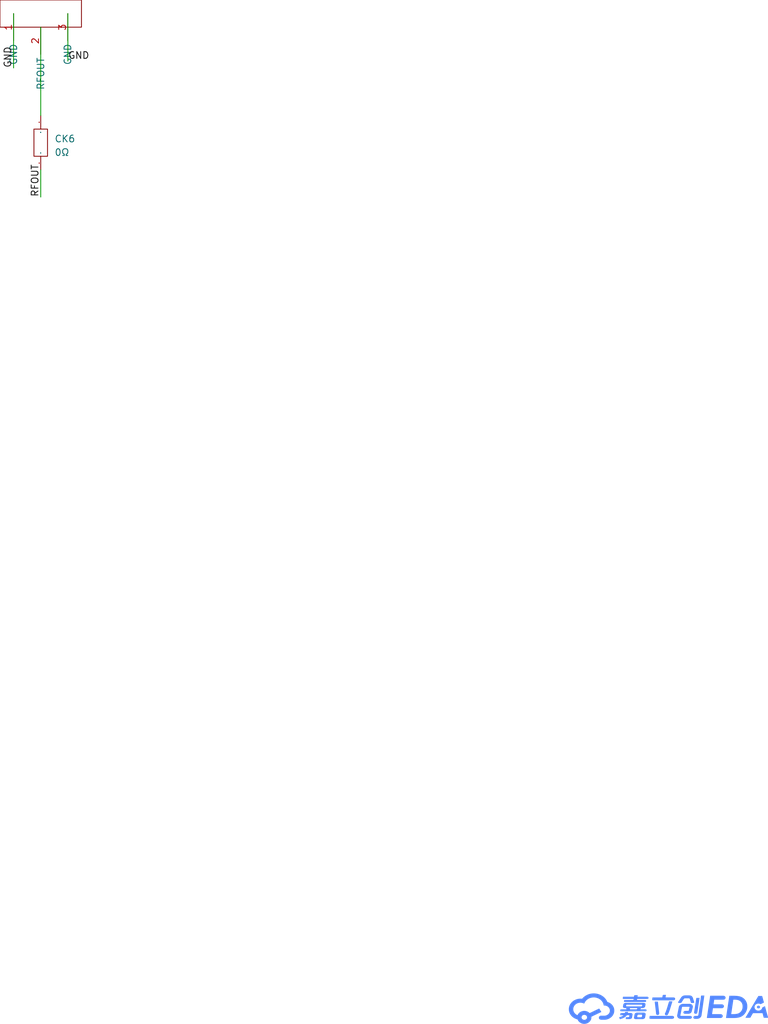
<source format=kicad_sch>
(kicad_sch
	(version 20231120)
	(generator "eeschema")
	(generator_version "8.0")
	(uuid "5826ab1b-7bbf-432f-afa1-41e1d1c52977")
	(paper "User" 143.713 191.364)
	(lib_symbols
		(symbol "Signal-blo-easyedapro:0Ω"
			(exclude_from_sim no)
			(in_bom yes)
			(on_board yes)
			(property "Reference" "U"
				(at 0 0 0)
				(effects
					(font
						(size 1.27 1.27)
					)
				)
			)
			(property "Value" ""
				(at 0 0 0)
				(effects
					(font
						(size 1.27 1.27)
					)
				)
			)
			(property "Footprint" "Signal-blo-easyedapro:R0603"
				(at 0 0 0)
				(effects
					(font
						(size 1.27 1.27)
					)
					(hide yes)
				)
			)
			(property "Datasheet" ""
				(at 0 0 0)
				(effects
					(font
						(size 1.27 1.27)
					)
					(hide yes)
				)
			)
			(property "Description" ""
				(at 0 0 0)
				(effects
					(font
						(size 1.27 1.27)
					)
					(hide yes)
				)
			)
			(property "Manufacturer Part" "0Ω"
				(at 0 0 0)
				(effects
					(font
						(size 1.27 1.27)
					)
					(hide yes)
				)
			)
			(property "Supplier Part" "C9900083234"
				(at 0 0 0)
				(effects
					(font
						(size 1.27 1.27)
					)
					(hide yes)
				)
			)
			(property "Supplier" "LCSC"
				(at 0 0 0)
				(effects
					(font
						(size 1.27 1.27)
					)
					(hide yes)
				)
			)
			(property "LCSC Part Name" "0Ω"
				(at 0 0 0)
				(effects
					(font
						(size 1.27 1.27)
					)
					(hide yes)
				)
			)
			(symbol "0Ω_1_0"
				(rectangle
					(start -2.54 -1.27)
					(end 2.54 1.27)
					(stroke
						(width 0)
						(type default)
					)
					(fill
						(type none)
					)
				)
				(pin unspecified line
					(at -5.08 0 0)
					(length 2.54)
					(name "1"
						(effects
							(font
								(size 0.0254 0.0254)
							)
						)
					)
					(number "1"
						(effects
							(font
								(size 0.0254 0.0254)
							)
						)
					)
				)
				(pin unspecified line
					(at 5.08 0 180)
					(length 2.54)
					(name "2"
						(effects
							(font
								(size 0.0254 0.0254)
							)
						)
					)
					(number "2"
						(effects
							(font
								(size 0.0254 0.0254)
							)
						)
					)
				)
			)
		)
		(symbol "Signal-blo-easyedapro:Drawing-Symbol_A4"
			(exclude_from_sim no)
			(in_bom yes)
			(on_board yes)
			(property "Reference" ""
				(at 0 0 0)
				(effects
					(font
						(size 1.27 1.27)
					)
				)
			)
			(property "Value" ""
				(at 0 0 0)
				(effects
					(font
						(size 1.27 1.27)
					)
				)
			)
			(property "Footprint" "Signal-blo-easyedapro:"
				(at 0 0 0)
				(effects
					(font
						(size 1.27 1.27)
					)
					(hide yes)
				)
			)
			(property "Datasheet" ""
				(at 0 0 0)
				(effects
					(font
						(size 1.27 1.27)
					)
					(hide yes)
				)
			)
			(property "Description" ""
				(at 0 0 0)
				(effects
					(font
						(size 1.27 1.27)
					)
					(hide yes)
				)
			)
			(symbol "Drawing-Symbol_A4_0_0"
				(polyline
					(pts
						(xy 146.9783 10.146) (xy 146.976 10.1327) (xy 146.973 10.1197) (xy 146.9695 10.1069) (xy 146.9653 10.0944)
						(xy 146.9605 10.082) (xy 146.9552 10.07) (xy 146.9493 10.0583) (xy 146.9428 10.0468) (xy 146.9358 10.0356)
						(xy 146.9283 10.0248) (xy 146.9203 10.0143) (xy 146.9118 10.0042) (xy 146.9029 9.9944) (xy 146.8935 9.985)
						(xy 146.8836 9.976) (xy 146.8733 9.9673) (xy 146.8627 9.9591) (xy 146.8516 9.9514) (xy 146.8402 9.9441)
						(xy 146.8284 9.9372) (xy 146.8163 9.9308) (xy 146.8038 9.9249) (xy 146.7911 9.9195) (xy 146.778 9.9146)
						(xy 146.7647 9.9102) (xy 146.7511 9.9064) (xy 146.7373 9.9031) (xy 146.7233 9.9004) (xy 146.709 9.8983)
						(xy 146.6945 9.8967) (xy 146.6799 9.8958) (xy 146.6651 9.8955) (xy 146.6547 9.8955) (xy 146.6398 9.8959)
						(xy 146.625 9.897) (xy 146.6102 9.899) (xy 146.5956 9.9016) (xy 146.5811 9.905) (xy 146.5668 9.9091)
						(xy 146.5528 9.9138) (xy 146.5391 9.9192) (xy 146.5256 9.9252) (xy 146.5125 9.9318) (xy 146.4999 9.939)
						(xy 146.4876 9.9467) (xy 146.4758 9.955) (xy 146.4646 9.9638) (xy 146.4539 9.973) (xy 146.4438 9.9828)
						(xy 146.434 9.9933) (xy 146.4249 10.0043) (xy 146.4166 10.0158) (xy 146.4089 10.0275) (xy 146.402 10.0397)
						(xy 146.3958 10.0521) (xy 146.3904 10.0648) (xy 146.3856 10.0777) (xy 146.3816 10.0907) (xy 146.3782 10.1039)
						(xy 146.3756 10.1173) (xy 146.3736 10.1306) (xy 146.3724 10.144) (xy 146.3718 10.1574) (xy 146.372 10.1707)
						(xy 146.3728 10.1839) (xy 146.7925 12.8714) (xy 147.4021 12.8714) (xy 146.9783 10.146)
					)
					(stroke
						(width -0.0001)
						(type solid)
					)
					(fill
						(type color)
						(color 85 136 255 1)
					)
				)
				(polyline
					(pts
						(xy 142.3185 12.2147) (xy 142.3164 12.209) (xy 142.2175 11.9012) (xy 142.1192 11.5812) (xy 141.9194 10.9313)
						(xy 141.8159 10.6145) (xy 141.7083 10.3119) (xy 141.5958 10.0302) (xy 141.5373 9.8992) (xy 141.4771 9.7759)
						(xy 141.4663 9.7575) (xy 141.4542 9.7399) (xy 141.4409 9.7233) (xy 141.4266 9.7077) (xy 141.4112 9.693)
						(xy 141.3948 9.6794) (xy 141.3775 9.667) (xy 141.3594 9.6556) (xy 141.3405 9.6454) (xy 141.321 9.6365)
						(xy 141.3008 9.6288) (xy 141.2801 9.6224) (xy 141.2589 9.6174) (xy 141.2373 9.6137) (xy 141.2154 9.6115)
						(xy 141.1932 9.6108) (xy 141.1838 9.6109) (xy 141.1744 9.6115) (xy 141.165 9.6123) (xy 141.1556 9.6134)
						(xy 141.1462 9.6148) (xy 141.1368 9.6164) (xy 141.1274 9.6182) (xy 141.118 9.6203) (xy 141.0867 9.6279)
						(xy 141.0732 9.6328) (xy 141.0602 9.6382) (xy 141.0476 9.6442) (xy 141.0355 9.6508) (xy 141.0239 9.6578)
						(xy 141.0127 9.6653) (xy 141.0021 9.6733) (xy 140.992 9.6817) (xy 140.9823 9.6905) (xy 140.9732 9.6998)
						(xy 140.9647 9.7094) (xy 140.9566 9.7194) (xy 140.9492 9.7297) (xy 140.9422 9.7404) (xy 140.9359 9.7514)
						(xy 140.9301 9.7626) (xy 140.9242 9.7755) (xy 140.9192 9.7886) (xy 140.9148 9.8019) (xy 140.9113 9.8153)
						(xy 140.9086 9.8289) (xy 140.9066 9.8425) (xy 140.9055 9.8561) (xy 140.9051 9.8698) (xy 140.9055 9.8835)
						(xy 140.9066 9.8972) (xy 140.9086 9.9108) (xy 140.9113 9.9243) (xy 140.9148 9.9378) (xy 140.9192 9.951)
						(xy 140.9242 9.9642) (xy 140.9301 9.9771) (xy 140.9842 10.088) (xy 141.0368 10.2068) (xy 141.1382 10.4644)
						(xy 141.2355 10.7434) (xy 141.3297 11.0373) (xy 141.5129 11.6433) (xy 141.604 11.9423) (xy 141.6963 12.2299)
						(xy 142.3226 12.2299) (xy 142.3185 12.2147)
					)
					(stroke
						(width -0.0001)
						(type solid)
					)
					(fill
						(type color)
						(color 85 136 255 1)
					)
				)
				(polyline
					(pts
						(xy 139.8445 9.9733) (xy 139.8455 9.9609) (xy 139.8459 9.9485) (xy 139.8456 9.9362) (xy 139.8447 9.9241)
						(xy 139.8432 9.912) (xy 139.841 9.9001) (xy 139.8383 9.8883) (xy 139.835 9.8766) (xy 139.8311 9.8652)
						(xy 139.8266 9.8539) (xy 139.8216 9.8428) (xy 139.816 9.8319) (xy 139.8099 9.8213) (xy 139.8033 9.8109)
						(xy 139.7962 9.8007) (xy 139.7886 9.7908) (xy 139.7806 9.7812) (xy 139.7721 9.7719) (xy 139.7631 9.763)
						(xy 139.7536 9.7543) (xy 139.7438 9.746) (xy 139.7335 9.738) (xy 139.7229 9.7304) (xy 139.7118 9.7232)
						(xy 139.7004 9.7164) (xy 139.6885 9.71) (xy 139.6764 9.704) (xy 139.6639 9.6985) (xy 139.651 9.6934)
						(xy 139.6379 9.6888) (xy 139.6244 9.6846) (xy 139.6107 9.681) (xy 139.6044 9.6791) (xy 139.5966 9.6778)
						(xy 139.5888 9.6766) (xy 139.5809 9.6756) (xy 139.5731 9.6748) (xy 139.5653 9.6742) (xy 139.5574 9.6738)
						(xy 139.5496 9.6735) (xy 139.5418 9.6734) (xy 139.5287 9.6736) (xy 139.5159 9.6744) (xy 139.5032 9.6756)
						(xy 139.4907 9.6772) (xy 139.4784 9.6794) (xy 139.4664 9.6819) (xy 139.4546 9.6849) (xy 139.443 9.6884)
						(xy 139.4316 9.6922) (xy 139.4206 9.6965) (xy 139.4098 9.7012) (xy 139.3993 9.7063) (xy 139.3891 9.7118)
						(xy 139.3792 9.7177) (xy 139.3696 9.724) (xy 139.3604 9.7306) (xy 139.3515 9.7376) (xy 139.343 9.7449)
						(xy 139.3349 9.7526) (xy 139.3271 9.7606) (xy 139.3197 9.769) (xy 139.3128 9.7776) (xy 139.3063 9.7866)
						(xy 139.3002 9.7959) (xy 139.2945 9.8055) (xy 139.2893 9.8154) (xy 139.2846 9.8255) (xy 139.2803 9.836)
						(xy 139.2765 9.8467) (xy 139.2733 9.8576) (xy 139.2705 9.8688) (xy 139.2683 9.8803) (xy 139.2683 9.8898)
						(xy 139.0011 12.1844) (xy 139.0011 12.1863) (xy 139.5919 12.1863) (xy 139.8445 9.9733)
					)
					(stroke
						(width -0.0001)
						(type solid)
					)
					(fill
						(type color)
						(color 85 136 255 1)
					)
				)
				(polyline
					(pts
						(xy 142.3562 9.5079) (xy 142.3709 9.5068) (xy 142.3853 9.505) (xy 142.3996 9.5024) (xy 142.4136 9.4992)
						(xy 142.4275 9.4953) (xy 142.4411 9.4907) (xy 142.4544 9.4855) (xy 142.4675 9.4797) (xy 142.4803 9.4733)
						(xy 142.4928 9.4662) (xy 142.5049 9.4586) (xy 142.5168 9.4505) (xy 142.5283 9.4418) (xy 142.5394 9.4326)
						(xy 142.5502 9.4229) (xy 142.5597 9.4123) (xy 142.5685 9.4014) (xy 142.5766 9.39) (xy 142.5841 9.3783)
						(xy 142.5909 9.3662) (xy 142.597 9.3538) (xy 142.6024 9.3412) (xy 142.6071 9.3282) (xy 142.611 9.315)
						(xy 142.6142 9.3016) (xy 142.6166 9.288) (xy 142.6183 9.2742) (xy 142.6192 9.2603) (xy 142.6193 9.2462)
						(xy 142.6185 9.2321) (xy 142.617 9.2179) (xy 142.6149 9.2046) (xy 142.6126 9.1915) (xy 142.6097 9.1787)
						(xy 142.6061 9.166) (xy 142.6019 9.1535) (xy 142.5971 9.1413) (xy 142.5917 9.1293) (xy 142.5858 9.1176)
						(xy 142.5793 9.1062) (xy 142.5722 9.0951) (xy 142.5647 9.0843) (xy 142.5567 9.0738) (xy 142.5482 9.0636)
						(xy 142.5392 9.0538) (xy 142.5298 9.0444) (xy 142.52 9.0353) (xy 142.5097 9.0267) (xy 142.4991 9.0184)
						(xy 142.4882 9.0106) (xy 142.4768 9.0032) (xy 142.4652 8.9963) (xy 142.4532 8.9899) (xy 142.4409 8.9839)
						(xy 142.4284 8.9784) (xy 142.4156 8.9735) (xy 142.4025 8.9691) (xy 142.3892 8.9652) (xy 142.3758 8.9618)
						(xy 142.3621 8.9591) (xy 142.3483 8.9569) (xy 142.3343 8.9554) (xy 142.3202 8.9544) (xy 142.3059 8.9541)
						(xy 138.1576 8.9541) (xy 138.1502 8.9543) (xy 138.143 8.9548) (xy 138.1358 8.9556) (xy 138.1288 8.9567)
						(xy 138.122 8.9582) (xy 138.1152 8.96) (xy 138.1087 8.962) (xy 138.1023 8.9643) (xy 138.0961 8.9669)
						(xy 138.09 8.9698) (xy 138.0842 8.9729) (xy 138.0785 8.9763) (xy 138.073 8.9799) (xy 138.0678 8.9837)
						(xy 138.0627 8.9878) (xy 138.0579 8.992) (xy 138.0533 8.9965) (xy 138.049 9.0012) (xy 138.0449 9.006)
						(xy 138.0411 9.011) (xy 138.0375 9.0162) (xy 138.0342 9.0215) (xy 138.0312 9.0269) (xy 138.0284 9.0326)
						(xy 138.026 9.0383) (xy 138.0238 9.0441) (xy 138.022 9.0501) (xy 138.0205 9.0562) (xy 138.0193 9.0623)
						(xy 138.0184 9.0686) (xy 138.0179 9.0749) (xy 138.0177 9.0812) (xy 138.0177 9.0831) (xy 138.0156 9.0831)
						(xy 138.0595 9.5083) (xy 142.3414 9.5083) (xy 142.3562 9.5079)
					)
					(stroke
						(width -0.0001)
						(type solid)
					)
					(fill
						(type color)
						(color 85 136 255 1)
					)
				)
				(polyline
					(pts
						(xy 159.4399 12.0041) (xy 158.8178 11.6928) (xy 158.7955 11.7067) (xy 158.7727 11.7197) (xy 158.7492 11.732)
						(xy 158.7252 11.7435) (xy 158.7007 11.7542) (xy 158.6757 11.764) (xy 158.6501 11.773) (xy 158.6241 11.7811)
						(xy 158.5977 11.7883) (xy 158.5708 11.7946) (xy 158.5436 11.7999) (xy 158.5159 11.8044) (xy 158.488 11.8078)
						(xy 158.4597 11.8103) (xy 158.4311 11.8119) (xy 158.4023 11.8124) (xy 158.3649 11.8115) (xy 158.3281 11.809)
						(xy 158.2917 11.8048) (xy 158.256 11.7989) (xy 158.2209 11.7916) (xy 158.1864 11.7826) (xy 158.1527 11.7723)
						(xy 158.1197 11.7604) (xy 158.0875 11.7472) (xy 158.0562 11.7326) (xy 158.0257 11.7167) (xy 157.9963 11.6995)
						(xy 157.9678 11.681) (xy 157.9403 11.6614) (xy 157.914 11.6407) (xy 157.8887 11.6188) (xy 157.8647 11.5958)
						(xy 157.8418 11.5719) (xy 157.8202 11.5469) (xy 157.8 11.521) (xy 157.781 11.4942) (xy 157.7635 11.4666)
						(xy 157.7475 11.4381) (xy 157.7329 11.4088) (xy 157.7199 11.3788) (xy 157.7085 11.3482) (xy 157.6987 11.3168)
						(xy 157.6905 11.2849) (xy 157.6842 11.2524) (xy 157.6795 11.2194) (xy 157.6767 11.1858) (xy 157.6758 11.1519)
						(xy 157.6767 11.1179) (xy 157.6795 11.0844) (xy 157.6842 11.0514) (xy 157.6905 11.0189) (xy 157.6987 10.987)
						(xy 157.7085 10.9556) (xy 157.7199 10.9249) (xy 157.7329 10.895) (xy 157.7475 10.8657) (xy 157.7635 10.8372)
						(xy 157.781 10.8096) (xy 157.8 10.7828) (xy 157.8202 10.7569) (xy 157.8418 10.7319) (xy 157.8647 10.7079)
						(xy 157.8887 10.685) (xy 157.914 10.6631) (xy 157.9403 10.6424) (xy 157.9678 10.6227) (xy 157.9963 10.6043)
						(xy 158.0257 10.5871) (xy 158.0562 10.5712) (xy 158.0875 10.5566) (xy 158.1197 10.5434) (xy 158.1527 10.5315)
						(xy 158.1864 10.5211) (xy 158.2209 10.5122) (xy 158.256 10.5048) (xy 158.2917 10.499) (xy 158.3281 10.4948)
						(xy 158.3649 10.4923) (xy 158.4023 10.4914) (xy 158.4371 10.4922) (xy 158.4715 10.4944) (xy 158.5055 10.4981)
						(xy 158.5389 10.5031) (xy 158.5718 10.5096) (xy 158.6042 10.5174) (xy 158.6359 10.5265) (xy 158.6669 10.5369)
						(xy 158.6973 10.5485) (xy 158.727 10.5613) (xy 158.7559 10.5753) (xy 158.7841 10.5904) (xy 158.8114 10.6066)
						(xy 158.8378 10.6239) (xy 158.8634 10.6422) (xy 158.888 10.6615) (xy 158.9116 10.6818) (xy 158.9342 10.703)
						(xy 158.9558 10.7251) (xy 158.9763 10.748) (xy 158.9957 10.7718) (xy 159.0139 10.7964) (xy 159.0309 10.8217)
						(xy 159.0467 10.8477) (xy 159.0613 10.8744) (xy 159.0745 10.9018) (xy 159.0864 10.9298) (xy 159.097 10.9584)
						(xy 159.1061 10.9875) (xy 159.1138 11.0172) (xy 159.12 11.0473) (xy 159.1247 11.0779) (xy 159.6257 11.3284)
						(xy 160.2249 9.1534) (xy 159.4065 9.1534) (xy 159.1685 10.0207) (xy 157.3877 10.0207) (xy 156.8783 9.1534)
						(xy 155.9701 9.1534) (xy 158.394 13.232) (xy 159.1038 13.232) (xy 159.4399 12.0041)
					)
					(stroke
						(width -0.0001)
						(type solid)
					)
					(fill
						(type color)
						(color 85 136 255 1)
					)
				)
				(polyline
					(pts
						(xy 158.4338 11.4201) (xy 158.4481 11.419) (xy 158.4622 11.4172) (xy 158.476 11.4148) (xy 158.4896 11.4118)
						(xy 158.5029 11.4082) (xy 158.516 11.4041) (xy 158.5287 11.3994) (xy 158.5412 11.3941) (xy 158.5532 11.3883)
						(xy 158.565 11.3821) (xy 158.5763 11.3753) (xy 158.5873 11.368) (xy 158.5979 11.3603) (xy 158.608 11.3522)
						(xy 158.6177 11.3436) (xy 158.6269 11.3346) (xy 158.6357 11.3252) (xy 158.6439 11.3155) (xy 158.6516 11.3053)
						(xy 158.6589 11.2949) (xy 158.6655 11.2841) (xy 158.6716 11.273) (xy 158.6771 11.2616) (xy 158.682 11.2499)
						(xy 158.6863 11.2379) (xy 158.69 11.2258) (xy 158.693 11.2133) (xy 158.6953 11.2007) (xy 158.6969 11.1878)
						(xy 158.6979 11.1748) (xy 158.6981 11.1616) (xy 158.6976 11.1485) (xy 158.6963 11.1355) (xy 158.6944 11.1227)
						(xy 158.6918 11.1101) (xy 158.6885 11.0977) (xy 158.6845 11.0856) (xy 158.68 11.0737) (xy 158.6748 11.0621)
						(xy 158.669 11.0508) (xy 158.6627 11.0398) (xy 158.6557 11.0292) (xy 158.6483 11.0189) (xy 158.6403 11.0089)
						(xy 158.6318 10.9993) (xy 158.6229 10.9901) (xy 158.6134 10.9813) (xy 158.6035 10.9729) (xy 158.5932 10.9649)
						(xy 158.5825 10.9574) (xy 158.5714 10.9504) (xy 158.5598 10.9438) (xy 158.548 10.9378) (xy 158.5358 10.9322)
						(xy 158.5232 10.9272) (xy 158.5104 10.9228) (xy 158.4972 10.9189) (xy 158.4838 10.9156) (xy 158.4701 10.9128)
						(xy 158.4562 10.9107) (xy 158.4421 10.9092) (xy 158.4278 10.9084) (xy 158.4133 10.9082) (xy 158.3988 10.9086)
						(xy 158.3845 10.9098) (xy 158.3704 10.9115) (xy 158.3565 10.9139) (xy 158.3429 10.9169) (xy 158.3296 10.9205)
						(xy 158.3166 10.9247) (xy 158.3038 10.9294) (xy 158.2914 10.9346) (xy 158.2793 10.9404) (xy 158.2676 10.9467)
						(xy 158.2562 10.9534) (xy 158.2453 10.9607) (xy 158.2347 10.9684) (xy 158.2246 10.9766) (xy 158.2149 10.9851)
						(xy 158.2057 10.9941) (xy 158.1969 11.0035) (xy 158.1887 11.0133) (xy 158.1809 11.0234) (xy 158.1737 11.0338)
						(xy 158.1671 11.0446) (xy 158.161 11.0557) (xy 158.1554 11.0672) (xy 158.1505 11.0788) (xy 158.1462 11.0908)
						(xy 158.1426 11.103) (xy 158.1396 11.1154) (xy 158.1373 11.128) (xy 158.1356 11.1409) (xy 158.1347 11.1539)
						(xy 158.1345 11.1671) (xy 158.135 11.1803) (xy 158.1362 11.1933) (xy 158.1382 11.2061) (xy 158.1408 11.2187)
						(xy 158.1441 11.231) (xy 158.148 11.2432) (xy 158.1526 11.255) (xy 158.1578 11.2666) (xy 158.1636 11.2779)
						(xy 158.1699 11.2889) (xy 158.1768 11.2995) (xy 158.1843 11.3099) (xy 158.1922 11.3198) (xy 158.2007 11.3294)
						(xy 158.2097 11.3386) (xy 158.2191 11.3474) (xy 158.229 11.3558) (xy 158.2393 11.3638) (xy 158.2501 11.3713)
						(xy 158.2612 11.3783) (xy 158.2727 11.3849) (xy 158.2846 11.3909) (xy 158.2968 11.3965) (xy 158.3093 11.4015)
						(xy 158.3222 11.4059) (xy 158.3353 11.4099) (xy 158.3488 11.4132) (xy 158.3624 11.4159) (xy 158.3763 11.418)
						(xy 158.3905 11.4195) (xy 158.4048 11.4204) (xy 158.4193 11.4206) (xy 158.4338 11.4201)
					)
					(stroke
						(width -0.0001)
						(type solid)
					)
					(fill
						(type color)
						(color 85 136 255 1)
					)
				)
				(polyline
					(pts
						(xy 147.7653 9.6354) (xy 147.7561 9.5831) (xy 147.7432 9.532) (xy 147.7269 9.4824) (xy 147.7072 9.4344)
						(xy 147.6842 9.388) (xy 147.6581 9.3433) (xy 147.6288 9.3005) (xy 147.5965 9.2597) (xy 147.5613 9.2208)
						(xy 147.5233 9.1842) (xy 147.4825 9.1497) (xy 147.4392 9.1177) (xy 147.3933 9.088) (xy 147.3449 9.0609)
						(xy 147.2942 9.0365) (xy 147.2413 9.0148) (xy 147.2236 9.0073) (xy 147.2058 9.0002) (xy 147.1878 8.9937)
						(xy 147.1696 8.9877) (xy 147.1512 8.9822) (xy 147.1326 8.9773) (xy 147.1139 8.9728) (xy 147.0949 8.9688)
						(xy 147.0757 8.9653) (xy 147.0563 8.9623) (xy 147.0366 8.9598) (xy 147.0167 8.9577) (xy 146.9966 8.9561)
						(xy 146.9761 8.955) (xy 146.9554 8.9543) (xy 146.9344 8.9541) (xy 146.519 8.9541) (xy 146.5041 8.9545)
						(xy 146.4893 8.9557) (xy 146.4745 8.9576) (xy 146.4599 8.9603) (xy 146.4454 8.9636) (xy 146.4311 8.9677)
						(xy 146.4171 8.9724) (xy 146.4034 8.9778) (xy 146.3899 8.9838) (xy 146.3768 8.9904) (xy 146.3642 8.9976)
						(xy 146.3519 9.0053) (xy 146.3401 9.0136) (xy 146.3289 9.0224) (xy 146.3182 9.0317) (xy 146.3081 9.0414)
						(xy 146.2986 9.0519) (xy 146.2898 9.0628) (xy 146.2817 9.0741) (xy 146.2742 9.0857) (xy 146.2674 9.0976)
						(xy 146.2613 9.1098) (xy 146.2559 9.1223) (xy 146.2512 9.1351) (xy 146.2473 9.1481) (xy 146.2441 9.1614)
						(xy 146.2416 9.1748) (xy 146.24 9.1885) (xy 146.2391 9.2023) (xy 146.239 9.2162) (xy 146.2397 9.2303)
						(xy 146.2413 9.2445) (xy 146.2434 9.254) (xy 146.2457 9.267) (xy 146.2486 9.2799) (xy 146.2523 9.2926)
						(xy 146.2565 9.305) (xy 146.2613 9.3173) (xy 146.2668 9.3292) (xy 146.2728 9.3409) (xy 146.2794 9.3524)
						(xy 146.2865 9.3635) (xy 146.2941 9.3743) (xy 146.3023 9.3848) (xy 146.3109 9.3949) (xy 146.32 9.4047)
						(xy 146.3295 9.4142) (xy 146.3395 9.4232) (xy 146.3499 9.4319) (xy 146.3606 9.4401) (xy 146.3717 9.448)
						(xy 146.3832 9.4553) (xy 146.3951 9.4622) (xy 146.4072 9.4687) (xy 146.4197 9.4747) (xy 146.4324 9.4801)
						(xy 146.4454 9.4851) (xy 146.4586 9.4895) (xy 146.4721 9.4934) (xy 146.4857 9.4967) (xy 146.4996 9.4995)
						(xy 146.5136 9.5016) (xy 146.5278 9.5032) (xy 146.5421 9.5042) (xy 146.5565 9.5045) (xy 146.972 9.5045)
						(xy 146.9813 9.5047) (xy 146.9903 9.5052) (xy 146.9991 9.5061) (xy 147.0077 9.5074) (xy 147.0162 9.509)
						(xy 147.0244 9.511) (xy 147.0325 9.5134) (xy 147.0404 9.5161) (xy 147.0481 9.5192) (xy 147.0557 9.5227)
						(xy 147.0632 9.5266) (xy 147.0706 9.5309) (xy 147.0779 9.5356) (xy 147.0851 9.5406) (xy 147.0923 9.5461)
						(xy 147.0993 9.5519) (xy 147.1066 9.5591) (xy 147.1135 9.5665) (xy 147.1201 9.574) (xy 147.1263 9.5816)
						(xy 147.1321 9.5894) (xy 147.1376 9.5972) (xy 147.1427 9.6052) (xy 147.1474 9.6131) (xy 147.1517 9.6212)
						(xy 147.1556 9.6292) (xy 147.1591 9.6373) (xy 147.1622 9.6453) (xy 147.1649 9.6534) (xy 147.1671 9.6614)
						(xy 147.1689 9.6693) (xy 147.1703 9.6772) (xy 147.686 13.3098) (xy 148.2893 13.3098) (xy 147.7653 9.6354)
					)
					(stroke
						(width -0.0001)
						(type solid)
					)
					(fill
						(type color)
						(color 85 136 255 1)
					)
				)
				(polyline
					(pts
						(xy 141.0303 12.9587) (xy 142.5439 12.9587) (xy 142.5599 12.9584) (xy 142.5756 12.9573) (xy 142.5911 12.9555)
						(xy 142.6063 12.9531) (xy 142.6212 12.9499) (xy 142.6358 12.946) (xy 142.6501 12.9414) (xy 142.664 12.9362)
						(xy 142.6775 12.9302) (xy 142.6906 12.9236) (xy 142.7032 12.9163) (xy 142.7154 12.9083) (xy 142.7271 12.8996)
						(xy 142.7382 12.8902) (xy 142.7489 12.8802) (xy 142.759 12.8695) (xy 142.7684 12.859) (xy 142.7772 12.8481)
						(xy 142.7852 12.8368) (xy 142.7926 12.8252) (xy 142.7992 12.8133) (xy 142.8051 12.801) (xy 142.8103 12.7884)
						(xy 142.8148 12.7756) (xy 142.8185 12.7625) (xy 142.8216 12.7491) (xy 142.8238 12.7355) (xy 142.8253 12.7217)
						(xy 142.8261 12.7076) (xy 142.826 12.6934) (xy 142.8252 12.6791) (xy 142.8237 12.6645) (xy 142.8237 12.6607)
						(xy 142.8214 12.6477) (xy 142.8185 12.6348) (xy 142.8149 12.6222) (xy 142.8107 12.6098) (xy 142.806 12.5977)
						(xy 142.8006 12.5858) (xy 142.7947 12.5742) (xy 142.7883 12.5629) (xy 142.7813 12.552) (xy 142.7738 12.5413)
						(xy 142.7657 12.531) (xy 142.7573 12.521) (xy 142.7483 12.5113) (xy 142.7389 12.5021) (xy 142.729 12.4932)
						(xy 142.7188 12.4847) (xy 142.7081 12.4766) (xy 142.697 12.469) (xy 142.6856 12.4618) (xy 142.6738 12.4551)
						(xy 142.6617 12.4488) (xy 142.6493 12.443) (xy 142.6365 12.4376) (xy 142.6235 12.4328) (xy 142.6101 12.4285)
						(xy 142.5965 12.4248) (xy 142.5827 12.4215) (xy 142.5687 12.4189) (xy 142.5544 12.4168) (xy 142.54 12.4152)
						(xy 142.5253 12.4143) (xy 142.5105 12.414) (xy 138.6733 12.414) (xy 138.6733 12.4159) (xy 138.6661 12.4163)
						(xy 138.659 12.4169) (xy 138.652 12.4179) (xy 138.6452 12.4191) (xy 138.6385 12.4207) (xy 138.6319 12.4225)
						(xy 138.6254 12.4246) (xy 138.6192 12.427) (xy 138.613 12.4296) (xy 138.6071 12.4325) (xy 138.6013 12.4356)
						(xy 138.5957 12.439) (xy 138.5903 12.4426) (xy 138.5852 12.4464) (xy 138.5802 12.4504) (xy 138.5754 12.4546)
						(xy 138.5709 12.459) (xy 138.5666 12.4636) (xy 138.5625 12.4684) (xy 138.5587 12.4733) (xy 138.5552 12.4784)
						(xy 138.5519 12.4837) (xy 138.5489 12.4891) (xy 138.5462 12.4946) (xy 138.5437 12.5003) (xy 138.5416 12.5061)
						(xy 138.5398 12.512) (xy 138.5382 12.5181) (xy 138.5371 12.5242) (xy 138.5362 12.5304) (xy 138.5357 12.5367)
						(xy 138.5355 12.5431) (xy 138.5355 12.5499) (xy 138.5356 12.5531) (xy 138.5358 12.5561) (xy 138.536 12.5591)
						(xy 138.5362 12.5606) (xy 138.5364 12.562) (xy 138.5366 12.5635) (xy 138.5369 12.5649) (xy 138.5372 12.5663)
						(xy 138.5376 12.5677) (xy 138.5772 12.9568) (xy 140.4228 12.9587) (xy 140.4917 13.325) (xy 140.4926 13.331)
						(xy 140.4938 13.3369) (xy 140.4953 13.3427) (xy 140.4971 13.3484) (xy 140.4991 13.3539) (xy 140.5014 13.3593)
						(xy 140.5039 13.3646) (xy 140.5067 13.3697) (xy 140.5097 13.3747) (xy 140.513 13.3796) (xy 140.5165 13.3843)
						(xy 140.5201 13.3888) (xy 140.524 13.3932) (xy 140.5281 13.3974) (xy 140.5324 13.4014) (xy 140.5368 13.4052)
						(xy 140.5415 13.4089) (xy 140.5463 13.4123) (xy 140.5513 13.4155) (xy 140.5564 13.4186) (xy 140.5617 13.4214)
						(xy 140.5671 13.424) (xy 140.5726 13.4264) (xy 140.5783 13.4286) (xy 140.5841 13.4305) (xy 140.59 13.4322)
						(xy 140.596 13.4336) (xy 140.6021 13.4348) (xy 140.6083 13.4358) (xy 140.6146 13.4365) (xy 140.621 13.4369)
						(xy 140.6274 13.437) (xy 141.1097 13.437) (xy 141.0303 12.9587)
					)
					(stroke
						(width -0.0001)
						(type solid)
					)
					(fill
						(type color)
						(color 85 136 255 1)
					)
				)
				(polyline
					(pts
						(xy 133.9675 10.0549) (xy 134.4623 10.0549) (xy 134.4906 10.0545) (xy 134.5177 10.0533) (xy 134.5438 10.0514)
						(xy 134.5687 10.0486) (xy 134.5926 10.0451) (xy 134.6154 10.0408) (xy 134.6372 10.0357) (xy 134.6578 10.0297)
						(xy 134.6774 10.023) (xy 134.6959 10.0155) (xy 134.7134 10.0072) (xy 134.7298 9.998) (xy 134.7451 9.9881)
						(xy 134.7593 9.9773) (xy 134.7725 9.9657) (xy 134.7846 9.9533) (xy 134.7957 9.9401) (xy 134.8057 9.9261)
						(xy 134.8147 9.9112) (xy 134.8226 9.8955) (xy 134.8294 9.8789) (xy 134.8352 9.8616) (xy 134.84 9.8433)
						(xy 134.8437 9.8243) (xy 134.8464 9.8044) (xy 134.848 9.7836) (xy 134.8486 9.762) (xy 134.8482 9.7396)
						(xy 134.8467 9.7162) (xy 134.8442 9.6921) (xy 134.8406 9.667) (xy 134.836 9.6411) (xy 134.7692 9.2881)
						(xy 134.7663 9.2625) (xy 134.7626 9.2379) (xy 134.758 9.2143) (xy 134.7527 9.1918) (xy 134.7465 9.1702)
						(xy 134.7394 9.1496) (xy 134.7315 9.1299) (xy 134.7228 9.1112) (xy 134.7131 9.0934) (xy 134.7026 9.0765)
						(xy 134.6912 9.0605) (xy 134.6788 9.0454) (xy 134.6655 9.0311) (xy 134.6513 9.0177) (xy 134.6361 9.0051)
						(xy 134.62 8.9932) (xy 134.6028 8.9822) (xy 134.5847 8.9719) (xy 134.5656 8.9624) (xy 134.5455 8.9536)
						(xy 134.5243 8.9455) (xy 134.5021 8.9381) (xy 134.4788 8.9314) (xy 134.4545 8.9254) (xy 134.4291 8.92)
						(xy 134.4026 8.9153) (xy 134.3463 8.9076) (xy 134.2856 8.9022) (xy 134.2202 8.899) (xy 133.5938 8.899)
						(xy 133.5938 9.2634) (xy 133.9822 9.2634) (xy 134.0112 9.264) (xy 134.0381 9.2657) (xy 134.063 9.2685)
						(xy 134.086 9.2723) (xy 134.107 9.2771) (xy 134.1262 9.2829) (xy 134.1438 9.2896) (xy 134.1596 9.2971)
						(xy 134.1739 9.3056) (xy 134.1867 9.3148) (xy 134.1981 9.3248) (xy 134.2082 9.3355) (xy 134.2171 9.3469)
						(xy 134.2247 9.359) (xy 134.2313 9.3717) (xy 134.2369 9.3849) (xy 134.264 9.495) (xy 134.2663 9.5039)
						(xy 134.268 9.5126) (xy 134.2692 9.521) (xy 134.2698 9.5291) (xy 134.2698 9.5369) (xy 134.2694 9.5444)
						(xy 134.2683 9.5517) (xy 134.2667 9.5587) (xy 134.2646 9.5654) (xy 134.2619 9.5718) (xy 134.2587 9.5779)
						(xy 134.2549 9.5838) (xy 134.2506 9.5893) (xy 134.2457 9.5946) (xy 134.2402 9.5996) (xy 134.2343 9.6044)
						(xy 134.2277 9.6088) (xy 134.2206 9.613) (xy 134.213 9.6168) (xy 134.2048 9.6204) (xy 134.1961 9.6237)
						(xy 134.1868 9.6267) (xy 134.1769 9.6295) (xy 134.1665 9.6319) (xy 134.1556 9.6341) (xy 134.1441 9.6359)
						(xy 134.1321 9.6375) (xy 134.1195 9.6388) (xy 134.1063 9.6398) (xy 134.0926 9.6406) (xy 134.0784 9.641)
						(xy 134.0636 9.6411) (xy 133.7964 9.6411) (xy 133.747 9.5746) (xy 133.6944 9.5116) (xy 133.6383 9.4519)
						(xy 133.5785 9.3953) (xy 133.5148 9.3416) (xy 133.4471 9.2906) (xy 133.375 9.2422) (xy 133.2984 9.1961)
						(xy 133.2172 9.1521) (xy 133.131 9.11) (xy 133.0398 9.0698) (xy 132.9432 9.031) (xy 132.8411 8.9936)
						(xy 132.7334 8.9574) (xy 132.6197 8.9221) (xy 132.4999 8.8877) (xy 132.3391 9.2521) (xy 132.4883 9.2951)
						(xy 132.6174 9.3348) (xy 132.6756 9.3541) (xy 132.7302 9.3734) (xy 132.7817 9.393) (xy 132.8305 9.4131)
						(xy 132.8772 9.4342) (xy 132.9221 9.4564) (xy 132.9658 9.48) (xy 133.0088 9.5053) (xy 133.0515 9.5327)
						(xy 133.0943 9.5624) (xy 133.1379 9.5946) (xy 133.1826 9.6297) (xy 132.5416 9.6297) (xy 132.6084 10.0435)
						(xy 133.3976 10.0435) (xy 133.3977 10.0461) (xy 133.3982 10.0495) (xy 133.3989 10.0537) (xy 133.4 10.0587)
						(xy 133.403 10.0709) (xy 133.4073 10.0857) (xy 133.4099 10.094) (xy 133.4128 10.1028) (xy 133.416 10.1122)
						(xy 133.4196 10.122) (xy 133.4235 10.1322) (xy 133.4278 10.1428) (xy 133.4323 10.1537) (xy 133.4373 10.165)
						(xy 133.4386 10.1696) (xy 133.4401 10.1741) (xy 133.4419 10.1785) (xy 133.4438 10.1828) (xy 133.446 10.187)
						(xy 133.4484 10.1912) (xy 133.451 10.1952) (xy 133.4538 10.1991) (xy 133.4568 10.2029) (xy 133.46 10.2066)
						(xy 133.4633 10.2102) (xy 133.4668 10.2137) (xy 133.4704 10.217) (xy 133.4742 10.2202) (xy 133.4781 10.2233)
						(xy 133.4822 10.2262) (xy 133.4863 10.2289) (xy 133.4906 10.2316) (xy 133.495 10.234) (xy 133.4995 10.2364)
						(xy 133.5041 10.2385) (xy 133.5087 10.2405) (xy 133.5135 10.2423) (xy 133.5183 10.244) (xy 133.5232 10.2454)
						(xy 133.5281 10.2467) (xy 133.5331 10.2478) (xy 133.5381 10.2487) (xy 133.5431 10.2494) (xy 133.5482 10.25)
						(xy 133.5533 10.2503) (xy 133.5584 10.2504) (xy 134.026 10.2504) (xy 133.9675 10.0549)
					)
					(stroke
						(width -0.0001)
						(type solid)
					)
					(fill
						(type color)
						(color 85 136 255 1)
					)
				)
				(polyline
					(pts
						(xy 153.8138 13.2729) (xy 153.9352 13.2704) (xy 154.0526 13.2662) (xy 154.1658 13.2602) (xy 154.275 13.2526)
						(xy 154.38 13.2433) (xy 154.481 13.2322) (xy 154.5778 13.2195) (xy 154.6706 13.205) (xy 154.7593 13.1888)
						(xy 154.844 13.1709) (xy 154.9245 13.1513) (xy 155.001 13.1299) (xy 155.0734 13.1069) (xy 155.1417 13.0821)
						(xy 155.206 13.0555) (xy 155.2675 13.0271) (xy 155.3276 12.9968) (xy 155.3863 12.9645) (xy 155.4435 12.9303)
						(xy 155.4993 12.894) (xy 155.5537 12.8559) (xy 155.6066 12.8158) (xy 155.658 12.7737) (xy 155.7079 12.7296)
						(xy 155.7564 12.6836) (xy 155.8034 12.6357) (xy 155.8489 12.5858) (xy 155.893 12.5339) (xy 155.9355 12.4801)
						(xy 155.9765 12.4243) (xy 156.016 12.3666) (xy 156.0536 12.3073) (xy 156.0887 12.2469) (xy 156.1215 12.1854)
						(xy 156.1518 12.1228) (xy 156.1798 12.059) (xy 156.2053 11.9941) (xy 156.2284 11.9281) (xy 156.2491 11.861)
						(xy 156.2673 11.7927) (xy 156.2832 11.7233) (xy 156.2966 11.6528) (xy 156.3076 11.5811) (xy 156.3161 11.5083)
						(xy 156.3222 11.4343) (xy 156.3259 11.3591) (xy 156.3271 11.2828) (xy 156.3258 11.2049) (xy 156.322 11.1277)
						(xy 156.3156 11.0512) (xy 156.3066 10.9754) (xy 156.2951 10.9004) (xy 156.281 10.826) (xy 156.2642 10.7524)
						(xy 156.2449 10.6795) (xy 156.2229 10.6074) (xy 156.1983 10.536) (xy 156.1711 10.4653) (xy 156.1413 10.3954)
						(xy 156.1087 10.3262) (xy 156.0735 10.2578) (xy 156.0357 10.1901) (xy 155.9952 10.1232) (xy 155.9533 10.0585)
						(xy 155.9101 9.996) (xy 155.8655 9.9357) (xy 155.8195 9.8777) (xy 155.772 9.8218) (xy 155.7232 9.7682)
						(xy 155.673 9.7169) (xy 155.6214 9.6677) (xy 155.5685 9.6208) (xy 155.5142 9.5761) (xy 155.4585 9.5336)
						(xy 155.4015 9.4933) (xy 155.3432 9.4553) (xy 155.2835 9.4195) (xy 155.2224 9.3859) (xy 155.1601 9.3545)
						(xy 155.0955 9.3252) (xy 155.0279 9.2978) (xy 154.9573 9.2722) (xy 154.8837 9.2485) (xy 154.807 9.2267)
						(xy 154.7272 9.2068) (xy 154.6444 9.1887) (xy 154.5585 9.1726) (xy 154.4696 9.1583) (xy 154.3776 9.1459)
						(xy 154.2826 9.1355) (xy 154.1845 9.1269) (xy 154.0833 9.1202) (xy 153.979 9.1154) (xy 153.8717 9.1126)
						(xy 153.7613 9.1116) (xy 152.3375 9.1116) (xy 152.4471 9.8404) (xy 153.3124 9.8404) (xy 153.5964 9.8404)
						(xy 153.7543 9.8421) (xy 153.9009 9.8471) (xy 153.9699 9.8508) (xy 154.0361 9.8552) (xy 154.0995 9.8605)
						(xy 154.16 9.8665) (xy 154.2177 9.8733) (xy 154.2726 9.8808) (xy 154.3246 9.8891) (xy 154.3738 9.8981)
						(xy 154.4201 9.9078) (xy 154.4636 9.9182) (xy 154.5043 9.9292) (xy 154.5421 9.941) (xy 154.5931 9.9592)
						(xy 154.6428 9.9791) (xy 154.6912 10.0005) (xy 154.7382 10.0236) (xy 154.784 10.0482) (xy 154.8284 10.0745)
						(xy 154.8716 10.1023) (xy 154.9134 10.1318) (xy 154.954 10.1628) (xy 154.9933 10.1955) (xy 155.0312 10.2297)
						(xy 155.0679 10.2656) (xy 155.1033 10.303) (xy 155.1374 10.3421) (xy 155.1703 10.3827) (xy 155.2018 10.425)
						(xy 155.2318 10.4683) (xy 155.2598 10.5129) (xy 155.286 10.5587) (xy 155.3101 10.6057) (xy 155.3324 10.654)
						(xy 155.3527 10.7035) (xy 155.371 10.7543) (xy 155.3874 10.8062) (xy 155.4017 10.8594) (xy 155.4141 10.9138)
						(xy 155.4245 10.9695) (xy 155.4329 11.0263) (xy 155.4392 11.0844) (xy 155.4435 11.1436) (xy 155.4458 11.2041)
						(xy 155.4461 11.2658) (xy 155.4454 11.3169) (xy 155.4433 11.3669) (xy 155.4399 11.416) (xy 155.4351 11.464)
						(xy 155.429 11.5109) (xy 155.4214 11.5569) (xy 155.4125 11.6017) (xy 155.4022 11.6456) (xy 155.3906 11.6884)
						(xy 155.3776 11.7302) (xy 155.3632 11.7709) (xy 155.3474 11.8105) (xy 155.3303 11.8491) (xy 155.3118 11.8866)
						(xy 155.2919 11.9231) (xy 155.2707 11.9585) (xy 155.2482 11.9929) (xy 155.2246 12.0262) (xy 155.1999 12.0586)
						(xy 155.1741 12.0899) (xy 155.1471 12.1202) (xy 155.119 12.1495) (xy 155.0899 12.1779) (xy 155.0596 12.2052)
						(xy 155.0282 12.2316) (xy 154.9957 12.257) (xy 154.9622 12.2815) (xy 154.9275 12.3049) (xy 154.8918 12.3275)
						(xy 154.8549 12.349) (xy 154.817 12.3697) (xy 154.778 12.3893) (xy 154.7373 12.4079) (xy 154.6949 12.4253)
						(xy 154.6509 12.4414) (xy 154.6053 12.4563) (xy 154.5581 12.47) (xy 154.5093 12.4824) (xy 154.4588 12.4937)
						(xy 154.4067 12.5037) (xy 154.3529 12.5125) (xy 154.2975 12.5202) (xy 154.2404 12.5266) (xy 154.1817 12.5319)
						(xy 154.1214 12.536) (xy 154.0594 12.5389) (xy 153.9957 12.5406) (xy 153.9304 12.5412) (xy 153.7154 12.5412)
						(xy 153.3124 9.8404) (xy 152.4471 9.8404) (xy 152.9638 13.2738) (xy 153.6882 13.2738) (xy 153.8138 13.2729)
					)
					(stroke
						(width -0.0001)
						(type solid)
					)
					(fill
						(type color)
						(color 85 136 255 1)
					)
				)
				(polyline
					(pts
						(xy 151.8718 13.2771) (xy 151.8924 13.2757) (xy 151.9126 13.2733) (xy 151.9326 13.2701) (xy 151.9521 13.2659)
						(xy 151.9714 13.261) (xy 151.9902 13.2551) (xy 152.0086 13.2485) (xy 152.0265 13.2411) (xy 152.044 13.2329)
						(xy 152.061 13.224) (xy 152.0774 13.2143) (xy 152.0934 13.204) (xy 152.1087 13.1929) (xy 152.1234 13.1812)
						(xy 152.1376 13.1689) (xy 152.151 13.156) (xy 152.1638 13.1425) (xy 152.1759 13.1284) (xy 152.1873 13.1137)
						(xy 152.1979 13.0986) (xy 152.2078 13.0829) (xy 152.2168 13.0668) (xy 152.225 13.0502) (xy 152.2324 13.0332)
						(xy 152.2389 13.0157) (xy 152.2445 12.9979) (xy 152.2492 12.9797) (xy 152.2529 12.9612) (xy 152.2557 12.9423)
						(xy 152.2574 12.9231) (xy 152.2581 12.9037) (xy 152.2576 12.8848) (xy 152.256 12.8661) (xy 152.2534 12.8477)
						(xy 152.2499 12.8296) (xy 152.2454 12.8118) (xy 152.2399 12.7943) (xy 152.2335 12.7772) (xy 152.2263 12.7605)
						(xy 152.2181 12.7442) (xy 152.2092 12.7283) (xy 152.1994 12.7129) (xy 152.1889 12.6979) (xy 152.1776 12.6835)
						(xy 152.1655 12.6696) (xy 152.1528 12.6562) (xy 152.1394 12.6434) (xy 152.1253 12.6312) (xy 152.1106 12.6197)
						(xy 152.0953 12.6087) (xy 152.0794 12.5984) (xy 152.063 12.5889) (xy 152.046 12.58) (xy 152.0286 12.5718)
						(xy 152.0106 12.5645) (xy 151.9922 12.5579) (xy 151.9734 12.5521) (xy 151.9542 12.5471) (xy 151.9346 12.543)
						(xy 151.9147 12.5397) (xy 151.8945 12.5374) (xy 151.8739 12.536) (xy 151.8531 12.5355) (xy 150.1412 12.5336)
						(xy 150.0096 11.67) (xy 151.6151 11.67) (xy 151.633 11.667) (xy 151.6505 11.6633) (xy 151.6678 11.6588)
						(xy 151.6848 11.6538) (xy 151.7014 11.648) (xy 151.7176 11.6416) (xy 151.7335 11.6346) (xy 151.749 11.627)
						(xy 151.764 11.6188) (xy 151.7787 11.61) (xy 151.7928 11.6007) (xy 151.8065 11.5909) (xy 151.8197 11.5805)
						(xy 151.8324 11.5696) (xy 151.8446 11.5583) (xy 151.8562 11.5464) (xy 151.8673 11.5341) (xy 151.8778 11.5214)
						(xy 151.8877 11.5083) (xy 151.8969 11.4948) (xy 151.9056 11.4809) (xy 151.9136 11.4666) (xy 151.9209 11.452)
						(xy 151.9275 11.437) (xy 151.9334 11.4218) (xy 151.9386 11.4062) (xy 151.943 11.3904) (xy 151.9467 11.3742)
						(xy 151.9495 11.3579) (xy 151.9516 11.3413) (xy 151.9529 11.3245) (xy 151.9533 11.3075) (xy 151.9528 11.2886)
						(xy 151.9512 11.2699) (xy 151.9486 11.2515) (xy 151.9451 11.2334) (xy 151.9405 11.2156) (xy 151.9351 11.1981)
						(xy 151.9287 11.181) (xy 151.9214 11.1643) (xy 151.9133 11.148) (xy 151.9044 11.1321) (xy 151.8946 11.1167)
						(xy 151.8841 11.1018) (xy 151.8728 11.0873) (xy 151.8607 11.0734) (xy 151.848 11.0601) (xy 151.8346 11.0473)
						(xy 151.8205 11.0351) (xy 151.8058 11.0235) (xy 151.7905 11.0126) (xy 151.7746 11.0023) (xy 151.7582 10.9927)
						(xy 151.7412 10.9838) (xy 151.7238 10.9757) (xy 151.7058 10.9683) (xy 151.6874 10.9617) (xy 151.6686 10.9559)
						(xy 151.6494 10.9509) (xy 151.6298 10.9468) (xy 151.6099 10.9436) (xy 151.5897 10.9412) (xy 151.5691 10.9398)
						(xy 151.5483 10.9393) (xy 149.899 10.9412) (xy 149.7299 9.8385) (xy 151.3312 9.8404) (xy 151.3516 9.84)
						(xy 151.3718 9.8386) (xy 151.3917 9.8363) (xy 151.4112 9.8331) (xy 151.4305 9.8291) (xy 151.4494 9.8242)
						(xy 151.4679 9.8185) (xy 151.486 9.8121) (xy 151.5036 9.8048) (xy 151.5208 9.7969) (xy 151.5375 9.7882)
						(xy 151.5537 9.7788) (xy 151.5693 9.7687) (xy 151.5844 9.758) (xy 151.5989 9.7466) (xy 151.6127 9.7346)
						(xy 151.626 9.722) (xy 151.6385 9.7089) (xy 151.6504 9.6952) (xy 151.6616 9.681) (xy 151.672 9.6663)
						(xy 151.6816 9.6511) (xy 151.6904 9.6355) (xy 151.6984 9.6194) (xy 151.7056 9.6029) (xy 151.7119 9.5861)
						(xy 151.7173 9.5688) (xy 151.7218 9.5513) (xy 151.7253 9.5333) (xy 151.7279 9.5151) (xy 151.7294 9.4967)
						(xy 151.7299 9.4779) (xy 151.7294 9.4595) (xy 151.7279 9.4414) (xy 151.7254 9.4235) (xy 151.722 9.4058)
						(xy 151.7176 9.3885) (xy 151.7123 9.3715) (xy 151.7061 9.3548) (xy 151.6991 9.3385) (xy 151.6913 9.3226)
						(xy 151.6826 9.3071) (xy 151.6732 9.2921) (xy 151.663 9.2775) (xy 151.6521 9.2634) (xy 151.6404 9.2497)
						(xy 151.6281 9.2366) (xy 151.6151 9.2241) (xy 151.6015 9.2121) (xy 151.5872 9.2007) (xy 151.5724 9.1899)
						(xy 151.557 9.1797) (xy 151.5411 9.1702) (xy 151.5247 9.1614) (xy 151.5077 9.1533) (xy 151.4904 9.1459)
						(xy 151.4725 9.1392) (xy 151.4543 9.1334) (xy 151.4356 9.1283) (xy 151.4166 9.124) (xy 151.3973 9.1205)
						(xy 151.3776 9.1179) (xy 151.3577 9.1162) (xy 151.3374 9.1154) (xy 148.7549 9.1154) (xy 149.3812 13.2776)
						(xy 151.851 13.2776) (xy 151.8718 13.2771)
					)
					(stroke
						(width -0.0001)
						(type solid)
					)
					(fill
						(type color)
						(color 85 136 255 1)
					)
				)
				(polyline
					(pts
						(xy 135.7734 13.0916) (xy 137.619 13.0916) (xy 137.6314 13.0913) (xy 137.6437 13.0903) (xy 137.6558 13.0887)
						(xy 137.6676 13.0866) (xy 137.6793 13.0839) (xy 137.6907 13.0805) (xy 137.7018 13.0767) (xy 137.7127 13.0723)
						(xy 137.7232 13.0674) (xy 137.7335 13.062) (xy 137.7434 13.0561) (xy 137.753 13.0497) (xy 137.7622 13.0429)
						(xy 137.7711 13.0357) (xy 137.7795 13.028) (xy 137.7876 13.0199) (xy 137.7952 13.0115) (xy 137.8023 13.0026)
						(xy 137.8091 12.9934) (xy 137.8153 12.9839) (xy 137.821 12.974) (xy 137.8262 12.9639) (xy 137.8309 12.9534)
						(xy 137.8351 12.9427) (xy 137.8386 12.9316) (xy 137.8416 12.9204) (xy 137.8441 12.9089) (xy 137.8458 12.8972)
						(xy 137.847 12.8853) (xy 137.8475 12.8733) (xy 137.8474 12.861) (xy 137.8465 12.8486) (xy 137.8451 12.8396)
						(xy 137.8433 12.8308) (xy 137.8409 12.8221) (xy 137.8381 12.8135) (xy 137.8349 12.8051) (xy 137.8313 12.7969)
						(xy 137.8272 12.7889) (xy 137.8227 12.7811) (xy 137.8179 12.7735) (xy 137.8126 12.7661) (xy 137.807 12.759)
						(xy 137.801 12.7521) (xy 137.7946 12.7454) (xy 137.7879 12.739) (xy 137.7808 12.7328) (xy 137.7735 12.7269)
						(xy 137.7658 12.7213) (xy 137.7578 12.716) (xy 137.7495 12.711) (xy 137.7409 12.7064) (xy 137.732 12.702)
						(xy 137.7229 12.698) (xy 137.7135 12.6943) (xy 137.7039 12.6909) (xy 137.694 12.6879) (xy 137.6839 12.6853)
						(xy 137.6735 12.6831) (xy 137.663 12.6812) (xy 137.6523 12.6797) (xy 137.6414 12.6787) (xy 137.6303 12.678)
						(xy 137.619 12.6778) (xy 135.7192 12.6778) (xy 135.6795 12.471) (xy 137.2181 12.471) (xy 137.2294 12.4707)
						(xy 137.2405 12.4698) (xy 137.2514 12.4685) (xy 137.262 12.4666) (xy 137.2724 12.4642) (xy 137.2826 12.4613)
						(xy 137.2925 12.4579) (xy 137.3021 12.4541) (xy 137.3114 12.4498) (xy 137.3204 12.4451) (xy 137.3291 12.44)
						(xy 137.3374 12.4345) (xy 137.3454 12.4286) (xy 137.3529 12.4224) (xy 137.3601 12.4158) (xy 137.3669 12.4088)
						(xy 137.3732 12.4015) (xy 137.3791 12.3939) (xy 137.3846 12.3861) (xy 137.3895 12.3779) (xy 137.394 12.3695)
						(xy 137.3979 12.3608) (xy 137.4014 12.352) (xy 137.4043 12.3428) (xy 137.4066 12.3335) (xy 137.4084 12.324)
						(xy 137.4095 12.3144) (xy 137.4101 12.3046) (xy 137.4101 12.2946) (xy 137.4094 12.2845) (xy 137.408 12.2744)
						(xy 137.406 12.2641) (xy 137.4047 12.2561) (xy 137.4029 12.2484) (xy 137.4007 12.2407) (xy 137.3982 12.2333)
						(xy 137.3953 12.226) (xy 137.3921 12.2189) (xy 137.3885 12.212) (xy 137.3846 12.2052) (xy 137.3804 12.1987)
						(xy 137.3758 12.1923) (xy 137.371 12.1862) (xy 137.3658 12.1803) (xy 137.3604 12.1746) (xy 137.3548 12.1692)
						(xy 137.3488 12.164) (xy 137.3426 12.159) (xy 137.3362 12.1543) (xy 137.3295 12.1498) (xy 137.3227 12.1456)
						(xy 137.3156 12.1417) (xy 137.3083 12.138) (xy 137.3008 12.1346) (xy 137.2932 12.1316) (xy 137.2854 12.1288)
						(xy 137.2774 12.1263) (xy 137.2693 12.1241) (xy 137.261 12.1223) (xy 137.2527 12.1207) (xy 137.2442 12.1195)
						(xy 137.2356 12.1186) (xy 137.2269 12.1181) (xy 137.2181 12.1179) (xy 133.3663 12.1179) (xy 133.3589 12.1181)
						(xy 133.3517 12.1186) (xy 133.3447 12.1195) (xy 133.3378 12.1207) (xy 133.3311 12.1222) (xy 133.3246 12.124)
						(xy 133.3183 12.1261) (xy 133.3121 12.1286) (xy 133.3062 12.1313) (xy 133.3005 12.1342) (xy 133.295 12.1375)
						(xy 133.2898 12.141) (xy 133.2848 12.1447) (xy 133.28 12.1487) (xy 133.2755 12.1529) (xy 133.2713 12.1573)
						(xy 133.2673 12.162) (xy 133.2636 12.1668) (xy 133.2602 12.1718) (xy 133.2571 12.1771) (xy 133.2543 12.1825)
						(xy 133.2517 12.188) (xy 133.2495 12.1937) (xy 133.2477 12.1996) (xy 133.2461 12.2056) (xy 133.2449 12.2118)
						(xy 133.2441 12.218) (xy 133.2435 12.2244) (xy 133.2434 12.2309) (xy 133.2436 12.2374) (xy 133.2442 12.2441)
						(xy 133.2452 12.2508) (xy 133.2849 12.4691) (xy 135.0239 12.4691) (xy 135.0636 12.6759) (xy 133.1512 12.6759)
						(xy 133.1438 12.6765) (xy 133.1365 12.6774) (xy 133.1293 12.6788) (xy 133.1222 12.6805) (xy 133.1152 12.6825)
						(xy 133.1084 12.6849) (xy 133.1017 12.6876) (xy 133.0952 12.6906) (xy 133.0888 12.6939) (xy 133.0826 12.6975)
						(xy 133.0767 12.7013) (xy 133.0709 12.7054) (xy 133.0654 12.7097) (xy 133.0601 12.7142) (xy 133.055 12.719)
						(xy 133.0503 12.7239) (xy 133.0457 12.7289) (xy 133.0415 12.7341) (xy 133.0376 12.7395) (xy 133.034 12.745)
						(xy 133.0307 12.7505) (xy 133.0278 12.7562) (xy 133.0252 12.7619) (xy 133.0229 12.7677) (xy 133.0211 12.7736)
						(xy 133.0196 12.7795) (xy 133.0186 12.7854) (xy 133.0179 12.7912) (xy 133.0177 12.7971) (xy 133.0179 12.803)
						(xy 133.0186 12.8088) (xy 133.0197 12.8145) (xy 133.074 13.0935) (xy 135.1325 13.0935) (xy 135.1596 13.2871)
						(xy 135.1609 13.2927) (xy 135.1625 13.2982) (xy 135.1642 13.3035) (xy 135.1662 13.3087) (xy 135.1684 13.3137)
						(xy 135.1708 13.3186) (xy 135.1734 13.3233) (xy 135.1762 13.3278) (xy 135.1792 13.3322) (xy 135.1823 13.3364)
						(xy 135.1857 13.3405) (xy 135.1891 13.3444) (xy 135.1928 13.3481) (xy 135.1966 13.3517) (xy 135.2005 13.355)
						(xy 135.2045 13.3582) (xy 135.2087 13.3613) (xy 135.213 13.3641) (xy 135.2174 13.3668) (xy 135.2219 13.3692)
						(xy 135.2264 13.3715) (xy 135.2311 13.3736) (xy 135.2359 13.3756) (xy 135.2407 13.3773) (xy 135.2455 13.3788)
						(xy 135.2505 13.3801) (xy 135.2554 13.3813) (xy 135.2605 13.3822) (xy 135.2655 13.3829) (xy 135.2706 13.3834)
						(xy 135.2756 13.3838) (xy 135.2807 13.3839) (xy 135.8277 13.3839) (xy 135.7734 13.0916)
					)
					(stroke
						(width -0.0001)
						(type solid)
					)
					(fill
						(type color)
						(color 85 136 255 1)
					)
				)
				(polyline
					(pts
						(xy 136.9497 10.1266) (xy 136.9747 10.1255) (xy 136.9988 10.1235) (xy 137.0219 10.1208) (xy 137.044 10.1173)
						(xy 137.0652 10.113) (xy 137.0855 10.1079) (xy 137.1049 10.1021) (xy 137.1233 10.0954) (xy 137.1408 10.088)
						(xy 137.1574 10.0798) (xy 137.173 10.0709) (xy 137.1878 10.0611) (xy 137.2016 10.0506) (xy 137.2145 10.0392)
						(xy 137.2265 10.0271) (xy 137.2376 10.0142) (xy 137.2478 10.0006) (xy 137.2571 9.9861) (xy 137.2655 9.9709)
						(xy 137.273 9.9548) (xy 137.2796 9.938) (xy 137.2853 9.9204) (xy 137.2902 9.902) (xy 137.2941 9.8828)
						(xy 137.2972 9.8629) (xy 137.2994 9.8421) (xy 137.3008 9.8206) (xy 137.3008 9.7751) (xy 137.2975 9.7265)
						(xy 137.2181 9.2881) (xy 137.2067 9.2398) (xy 137.1927 9.195) (xy 137.1759 9.1538) (xy 137.1665 9.1345)
						(xy 137.1564 9.116) (xy 137.1456 9.0984) (xy 137.134 9.0816) (xy 137.1217 9.0656) (xy 137.1086 9.0504)
						(xy 137.0948 9.036) (xy 137.0802 9.0224) (xy 137.0647 9.0096) (xy 137.0485 8.9975) (xy 137.0315 8.9862)
						(xy 137.0136 8.9756) (xy 136.9949 8.9657) (xy 136.9753 8.9566) (xy 136.9548 8.9482) (xy 136.9335 8.9404)
						(xy 136.8881 8.927) (xy 136.8391 8.9162) (xy 136.7863 8.9081) (xy 136.7297 8.9024) (xy 136.6691 8.899)
						(xy 135.5333 8.899) (xy 135.4732 8.9003) (xy 135.445 8.9019) (xy 135.418 8.9042) (xy 135.3923 8.9071)
						(xy 135.3677 8.9107) (xy 135.3444 8.915) (xy 135.3224 8.92) (xy 135.3015 8.9256) (xy 135.2818 8.932)
						(xy 135.2633 8.939) (xy 135.2461 8.9468) (xy 135.23 8.9553) (xy 135.2151 8.9645) (xy 135.2014 8.9745)
						(xy 135.1889 8.9852) (xy 135.1775 8.9966) (xy 135.1673 9.0088) (xy 135.1583 9.0218) (xy 135.1505 9.0356)
						(xy 135.1438 9.0501) (xy 135.1382 9.0654) (xy 135.1338 9.0815) (xy 135.1305 9.0984) (xy 135.1284 9.1161)
						(xy 135.1274 9.1347) (xy 135.1276 9.154) (xy 135.1288 9.1742) (xy 135.1312 9.1953) (xy 135.1347 9.2171)
						(xy 135.1393 9.2399) (xy 135.145 9.2634) (xy 135.1593 9.3488) (xy 135.7225 9.3488) (xy 135.7227 9.3415)
						(xy 135.7236 9.3345) (xy 135.725 9.3278) (xy 135.7269 9.3214) (xy 135.7295 9.3153) (xy 135.7326 9.3094)
						(xy 135.7363 9.3039) (xy 135.7406 9.2986) (xy 135.7454 9.2936) (xy 135.7507 9.2888) (xy 135.7566 9.2844)
						(xy 135.7631 9.2802) (xy 135.77 9.2764) (xy 135.7775 9.2728) (xy 135.7856 9.2695) (xy 135.7941 9.2665)
						(xy 135.8032 9.2637) (xy 135.8127 9.2613) (xy 135.8334 9.2573) (xy 135.856 9.2544) (xy 135.8806 9.2526)
						(xy 135.907 9.2521) (xy 136.429 9.2521) (xy 136.439 9.2522) (xy 136.4488 9.2528) (xy 136.4584 9.2537)
						(xy 136.4677 9.2549) (xy 136.4768 9.2565) (xy 136.4856 9.2584) (xy 136.4941 9.2607) (xy 136.5024 9.2633)
						(xy 136.5104 9.2662) (xy 136.5181 9.2695) (xy 136.5256 9.2731) (xy 136.5328 9.2771) (xy 136.5398 9.2814)
						(xy 136.5464 9.286) (xy 136.5528 9.2909) (xy 136.5589 9.2962) (xy 136.5648 9.3018) (xy 136.5703 9.3077)
						(xy 136.5756 9.3139) (xy 136.5805 9.3205) (xy 136.5852 9.3273) (xy 136.5896 9.3345) (xy 136.5937 9.342)
						(xy 136.5975 9.3497) (xy 136.601 9.3578) (xy 136.6042 9.3662) (xy 136.6071 9.3749) (xy 136.6097 9.3839)
						(xy 136.6139 9.4028) (xy 136.6169 9.4229) (xy 136.644 9.5937) (xy 136.6461 9.6026) (xy 136.6478 9.6113)
						(xy 136.6491 9.6196) (xy 136.6499 9.6277) (xy 136.6502 9.6355) (xy 136.6502 9.643) (xy 136.6497 9.6502)
						(xy 136.6489 9.6571) (xy 136.6476 9.6637) (xy 136.646 9.6701) (xy 136.6439 9.6762) (xy 136.6415 9.682)
						(xy 136.6387 9.6875) (xy 136.6355 9.6927) (xy 136.632 9.6977) (xy 136.6281 9.7023) (xy 136.6239 9.7067)
						(xy 136.6193 9.7109) (xy 136.6144 9.7147) (xy 136.6091 9.7183) (xy 136.6036 9.7216) (xy 136.5977 9.7246)
						(xy 136.5915 9.7273) (xy 136.585 9.7298) (xy 136.5782 9.732) (xy 136.5711 9.7339) (xy 136.5638 9.7356)
						(xy 136.5561 9.737) (xy 136.5482 9.7381) (xy 136.54 9.7389) (xy 136.5316 9.7395) (xy 136.5229 9.7398)
						(xy 135.9739 9.7398) (xy 135.9628 9.7397) (xy 135.952 9.7391) (xy 135.9414 9.7382) (xy 135.9311 9.737)
						(xy 135.9209 9.7354) (xy 135.9111 9.7335) (xy 135.9015 9.7312) (xy 135.8921 9.7286) (xy 135.8831 9.7257)
						(xy 135.8743 9.7224) (xy 135.8657 9.7188) (xy 135.8575 9.7148) (xy 135.8495 9.7105) (xy 135.8419 9.7059)
						(xy 135.8345 9.701) (xy 135.8275 9.6957) (xy 135.8207 9.6901) (xy 135.8143 9.6842) (xy 135.8082 9.678)
						(xy 135.8024 9.6714) (xy 135.797 9.6646) (xy 135.7919 9.6574) (xy 135.7871 9.6499) (xy 135.7827 9.6421)
						(xy 135.7787 9.6341) (xy 135.775 9.6257) (xy 135.7717 9.617) (xy 135.7688 9.608) (xy 135.7662 9.5987)
						(xy 135.7641 9.5891) (xy 135.7623 9.5792) (xy 135.7609 9.569) (xy 135.7338 9.3982) (xy 135.7304 9.3893)
						(xy 135.7276 9.3806) (xy 135.7254 9.3722) (xy 135.7238 9.3641) (xy 135.7229 9.3563) (xy 135.7225 9.3488)
						(xy 135.1593 9.3488) (xy 135.2244 9.7379) (xy 135.2334 9.7845) (xy 135.2391 9.8067) (xy 135.2456 9.8282)
						(xy 135.2529 9.849) (xy 135.261 9.869) (xy 135.2698 9.8883) (xy 135.2795 9.9068) (xy 135.2899 9.9246)
						(xy 135.3012 9.9417) (xy 135.3132 9.958) (xy 135.326 9.9736) (xy 135.3396 9.9885) (xy 135.354 10.0026)
						(xy 135.3692 10.0159) (xy 135.3851 10.0286) (xy 135.4018 10.0404) (xy 135.4194 10.0515) (xy 135.4377 10.0619)
						(xy 135.4567 10.0715) (xy 135.4766 10.0803) (xy 135.4972 10.0884) (xy 135.5187 10.0957) (xy 135.5408 10.1022)
						(xy 135.5638 10.108) (xy 135.5876 10.1131) (xy 135.6121 10.1173) (xy 135.6374 10.1208) (xy 135.6903 10.1255)
						(xy 135.7463 10.127) (xy 136.9238 10.127) (xy 136.9497 10.1266)
					)
					(stroke
						(width -0.0001)
						(type solid)
					)
					(fill
						(type color)
						(color 85 136 255 1)
					)
				)
				(polyline
					(pts
						(xy 145.4432 13.3436) (xy 145.4792 13.3423) (xy 145.5142 13.3402) (xy 145.5481 13.3373) (xy 145.581 13.3336)
						(xy 145.6128 13.329) (xy 145.6438 13.3236) (xy 145.6737 13.3174) (xy 145.7027 13.3105) (xy 145.7307 13.3027)
						(xy 145.7578 13.2941) (xy 145.784 13.2848) (xy 145.8094 13.2746) (xy 145.8338 13.2637) (xy 145.8574 13.2521)
						(xy 145.8801 13.2396) (xy 145.8906 13.232) (xy 145.9095 13.218) (xy 145.928 13.2029) (xy 145.9461 13.1867)
						(xy 145.9637 13.1695) (xy 145.9809 13.1514) (xy 145.9976 13.1322) (xy 146.0139 13.112) (xy 146.0296 13.0909)
						(xy 146.045 13.0688) (xy 146.0598 13.0457) (xy 146.0742 13.0218) (xy 146.0881 12.9969) (xy 146.1016 12.9711)
						(xy 146.1145 12.9444) (xy 146.127 12.9169) (xy 146.139 12.8885) (xy 146.1411 12.8847) (xy 146.3937 12.0876)
						(xy 146.3916 12.0876) (xy 146.3931 12.0833) (xy 146.3943 12.079) (xy 146.3954 12.0747) (xy 146.3963 12.0703)
						(xy 146.397 12.0658) (xy 146.3975 12.0612) (xy 146.3978 12.0564) (xy 146.3979 12.0515) (xy 146.3977 12.045)
						(xy 146.3971 12.0385) (xy 146.3963 12.0322) (xy 146.395 12.026) (xy 146.3935 12.0199) (xy 146.3916 12.0139)
						(xy 146.3894 12.008) (xy 146.3869 12.0023) (xy 146.3841 11.9968) (xy 146.381 11.9913) (xy 146.3777 11.9861)
						(xy 146.3741 11.981) (xy 146.3702 11.9761) (xy 146.3661 11.9714) (xy 146.3617 11.9669) (xy 146.3572 11.9625)
						(xy 146.3524 11.9584) (xy 146.3473 11.9545) (xy 146.3421 11.9508) (xy 146.3367 11.9474) (xy 146.3311 11.9441)
						(xy 146.3253 11.9412) (xy 146.3194 11.9384) (xy 146.3133 11.9359) (xy 146.3071 11.9337) (xy 146.3007 11.9318)
						(xy 146.2942 11.9301) (xy 146.2876 11.9288) (xy 146.2808 11.9277) (xy 146.274 11.9269) (xy 146.2671 11.9264)
						(xy 146.2601 11.9262) (xy 146.2577 11.9263) (xy 146.2554 11.9263) (xy 146.2542 11.9264) (xy 146.253 11.9264)
						(xy 146.2519 11.9266) (xy 146.2507 11.9267) (xy 146.2495 11.9269) (xy 146.2483 11.9272) (xy 146.2472 11.9275)
						(xy 146.246 11.9279) (xy 146.2448 11.9283) (xy 146.2436 11.9288) (xy 146.2425 11.9294) (xy 146.2413 11.93)
						(xy 146.2413 11.9281) (xy 145.8008 11.9281) (xy 145.5607 12.6873) (xy 145.5582 12.694) (xy 145.5554 12.7006)
						(xy 145.5524 12.7072) (xy 145.5491 12.7135) (xy 145.5455 12.7198) (xy 145.5417 12.7259) (xy 145.5377 12.7318)
						(xy 145.5335 12.7376) (xy 145.5291 12.7432) (xy 145.5246 12.7486) (xy 145.5198 12.7538) (xy 145.5149 12.7588)
						(xy 145.5098 12.7636) (xy 145.5046 12.7682) (xy 145.4993 12.7725) (xy 145.4939 12.7765) (xy 145.4897 12.7789)
						(xy 145.485 12.7812) (xy 145.4798 12.7834) (xy 145.4741 12.7854) (xy 145.4679 12.7873) (xy 145.4613 12.789)
						(xy 145.4542 12.7905) (xy 145.4466 12.7919) (xy 145.4387 12.7932) (xy 145.4304 12.7943) (xy 145.4216 12.7952)
						(xy 145.4126 12.796) (xy 145.4031 12.7966) (xy 145.3933 12.797) (xy 145.3728 12.7974) (xy 144.6922 12.7974)
						(xy 144.6806 12.7973) (xy 144.6692 12.797) (xy 144.6581 12.7964) (xy 144.6473 12.7956) (xy 144.6368 12.7946)
						(xy 144.6266 12.7934) (xy 144.6167 12.792) (xy 144.6071 12.7903) (xy 144.5979 12.7884) (xy 144.589 12.7863)
						(xy 144.5805 12.7839) (xy 144.5724 12.7814) (xy 144.5647 12.7786) (xy 144.5574 12.7756) (xy 144.5504 12.7724)
						(xy 144.544 12.7689) (xy 144.5358 12.7641) (xy 144.5277 12.759) (xy 144.5198 12.7535) (xy 144.512 12.7477)
						(xy 144.5043 12.7416) (xy 144.4967 12.7353) (xy 144.4893 12.7286) (xy 144.4821 12.7217) (xy 144.4751 12.7146)
						(xy 144.4682 12.7072) (xy 144.4615 12.6996) (xy 144.455 12.6918) (xy 144.4487 12.6838) (xy 144.4427 12.6756)
						(xy 144.4368 12.6673) (xy 144.4312 12.6589) (xy 144.4291 12.6551) (xy 144.3412 12.5227) (xy 144.2472 12.3794)
						(xy 144.0638 12.0952) (xy 144.0533 12.08) (xy 144.0004 12.0031) (xy 143.9744 11.9647) (xy 143.949 11.9262)
						(xy 143.5126 11.9262) (xy 143.5054 11.9264) (xy 143.4983 11.9269) (xy 143.4914 11.9277) (xy 143.4845 11.9288)
						(xy 143.4778 11.9302) (xy 143.4712 11.932) (xy 143.4648 11.9339) (xy 143.4585 11.9362) (xy 143.4524 11.9387)
						(xy 143.4464 11.9415) (xy 143.4407 11.9446) (xy 143.4351 11.9479) (xy 143.4297 11.9514) (xy 143.4245 11.9551)
						(xy 143.4195 11.9591) (xy 143.4148 11.9633) (xy 143.4102 11.9676) (xy 143.4059 11.9722) (xy 143.4019 11.9769)
						(xy 143.3981 11.9819) (xy 143.3945 11.9869) (xy 143.3912 11.9922) (xy 143.3882 11.9976) (xy 143.3855 12.0031)
						(xy 143.3831 12.0088) (xy 143.3809 12.0146) (xy 143.3791 12.0205) (xy 143.3776 12.0265) (xy 143.3764 12.0326)
						(xy 143.3755 12.0388) (xy 143.375 12.0451) (xy 143.3748 12.0515) (xy 143.3749 12.0554) (xy 143.3751 12.0593)
						(xy 143.3755 12.0631) (xy 143.376 12.0668) (xy 143.3766 12.0705) (xy 143.3774 12.0742) (xy 143.3783 12.0778)
						(xy 143.3793 12.0814) (xy 143.3804 12.0849) (xy 143.3817 12.0884) (xy 143.383 12.0919) (xy 143.3845 12.0953)
						(xy 143.3861 12.0986) (xy 143.3878 12.102) (xy 143.3896 12.1052) (xy 143.3915 12.1085) (xy 143.3895 12.1103)
						(xy 143.9197 12.9151) (xy 143.9364 12.9407) (xy 143.9537 12.9656) (xy 143.9715 12.9898) (xy 143.9898 13.0133)
						(xy 144.0086 13.036) (xy 144.028 13.058) (xy 144.0478 13.0793) (xy 144.0682 13.0999) (xy 144.0891 13.1197)
						(xy 144.1105 13.1388) (xy 144.1325 13.1572) (xy 144.1549 13.1748) (xy 144.1778 13.1916) (xy 144.2013 13.2077)
						(xy 144.2252 13.2231) (xy 144.2496 13.2377) (xy 144.2731 13.2505) (xy 144.2975 13.2624) (xy 144.3228 13.2736)
						(xy 144.3489 13.284) (xy 144.3759 13.2935) (xy 144.4037 13.3022) (xy 144.4323 13.3101) (xy 144.4618 13.3172)
						(xy 144.492 13.3235) (xy 144.5231 13.3289) (xy 144.5549 13.3335) (xy 144.5875 13.3373) (xy 144.6209 13.3402)
						(xy 144.6551 13.3423) (xy 144.69 13.3436) (xy 144.7256 13.344) (xy 145.4062 13.344) (xy 145.4432 13.3436)
					)
					(stroke
						(width -0.0001)
						(type solid)
					)
					(fill
						(type color)
						(color 85 136 255 1)
					)
				)
				(polyline
					(pts
						(xy 136.9125 11.9525) (xy 136.9398 11.9514) (xy 136.966 11.9496) (xy 136.9911 11.9471) (xy 137.0151 11.9439)
						(xy 137.0381 11.94) (xy 137.0599 11.9354) (xy 137.0807 11.93) (xy 137.1004 11.924) (xy 137.1191 11.9172)
						(xy 137.1367 11.9098) (xy 137.1532 11.9016) (xy 137.1687 11.8927) (xy 137.1832 11.8831) (xy 137.1966 11.8728)
						(xy 137.209 11.8617) (xy 137.2204 11.85) (xy 137.2307 11.8375) (xy 137.2401 11.8244) (xy 137.2485 11.8105)
						(xy 137.2558 11.7959) (xy 137.2622 11.7806) (xy 137.2675 11.7646) (xy 137.2719 11.7478) (xy 137.2753 11.7304)
						(xy 137.2778 11.7123) (xy 137.2793 11.6934) (xy 137.2798 11.6738) (xy 137.2794 11.6535) (xy 137.278 11.6325)
						(xy 137.2757 11.6108) (xy 137.2724 11.5884) (xy 137.2328 11.3569) (xy 137.2234 11.3103) (xy 137.2174 11.2881)
						(xy 137.2104 11.2666) (xy 137.2024 11.2458) (xy 137.1936 11.2258) (xy 137.1838 11.2065) (xy 137.1731 11.188)
						(xy 137.1614 11.1702) (xy 137.1488 11.1531) (xy 137.1354 11.1368) (xy 137.121 11.1212) (xy 137.1057 11.1063)
						(xy 137.0894 11.0922) (xy 137.0723 11.0789) (xy 137.0542 11.0662) (xy 137.0353 11.0544) (xy 137.0155 11.0433)
						(xy 136.9947 11.0329) (xy 136.973 11.0233) (xy 136.9505 11.0145) (xy 136.9271 11.0064) (xy 136.8775 10.9926)
						(xy 136.8244 10.9817) (xy 136.7678 10.974) (xy 136.7076 10.9693) (xy 136.644 10.9678) (xy 136.4436 10.9678)
						(xy 136.4406 10.9585) (xy 136.437 10.9492) (xy 136.4329 10.9399) (xy 136.4283 10.9304) (xy 136.4233 10.9208)
						(xy 136.4179 10.9111) (xy 136.406 10.8909) (xy 136.379 10.8472) (xy 136.3645 10.823) (xy 136.3496 10.797)
						(xy 136.3468 10.7924) (xy 136.3436 10.7878) (xy 136.3403 10.7832) (xy 136.3368 10.7787) (xy 136.3331 10.7743)
						(xy 136.3293 10.7699) (xy 136.3255 10.7657) (xy 136.3217 10.7616) (xy 136.3179 10.7577) (xy 136.3142 10.754)
						(xy 136.3071 10.7471) (xy 136.3007 10.7411) (xy 136.2954 10.7362) (xy 137.2849 10.7362) (xy 137.2962 10.7359)
						(xy 137.3074 10.735) (xy 137.3185 10.7334) (xy 137.3294 10.7313) (xy 137.3401 10.7287) (xy 137.3506 10.7254)
						(xy 137.3609 10.7217) (xy 137.371 10.7175) (xy 137.3807 10.7129) (xy 137.3902 10.7078) (xy 137.3993 10.7022)
						(xy 137.4081 10.6963) (xy 137.4165 10.69) (xy 137.4245 10.6834) (xy 137.432 10.6764) (xy 137.4392 10.6691)
						(xy 137.4458 10.6615) (xy 137.452 10.6537) (xy 137.4576 10.6456) (xy 137.4627 10.6374) (xy 137.4673 10.6289)
						(xy 137.4712 10.6202) (xy 137.4746 10.6114) (xy 137.4772 10.6025) (xy 137.4793 10.5935) (xy 137.4806 10.5844)
						(xy 137.4812 10.5752) (xy 137.4811 10.566) (xy 137.4803 10.5568) (xy 137.4786 10.5476) (xy 137.4761 10.5385)
						(xy 137.4728 10.5294) (xy 137.4714 10.5204) (xy 137.4696 10.5116) (xy 137.4672 10.5031) (xy 137.4645 10.4948)
						(xy 137.4613 10.4867) (xy 137.4577 10.4789) (xy 137.4538 10.4713) (xy 137.4495 10.4639) (xy 137.4448 10.4568)
						(xy 137.4397 10.4499) (xy 137.4344 10.4433) (xy 137.4287 10.437) (xy 137.4227 10.4309) (xy 137.4165 10.4251)
						(xy 137.4099 10.4196) (xy 137.4032 10.4143) (xy 137.3961 10.4093) (xy 137.3889 10.4046) (xy 137.3815 10.4003)
						(xy 137.3738 10.3962) (xy 137.358 10.3889) (xy 137.3416 10.3828) (xy 137.3247 10.3781) (xy 137.3075 10.3746)
						(xy 137.2988 10.3734) (xy 137.29 10.3725) (xy 137.2812 10.372) (xy 137.2724 10.3718) (xy 132.6857 10.3718)
						(xy 132.6794 10.372) (xy 132.6732 10.3725) (xy 132.667 10.3734) (xy 132.6608 10.3746) (xy 132.6547 10.3761)
						(xy 132.6486 10.3779) (xy 132.6427 10.38) (xy 132.6368 10.3825) (xy 132.6311 10.3852) (xy 132.6255 10.3881)
						(xy 132.62 10.3914) (xy 132.6147 10.3949) (xy 132.6096 10.3986) (xy 132.6046 10.4026) (xy 132.5999 10.4068)
						(xy 132.5954 10.4112) (xy 132.5911 10.4159) (xy 132.5871 10.4207) (xy 132.5833 10.4257) (xy 132.5798 10.431)
						(xy 132.5766 10.4364) (xy 132.5737 10.4419) (xy 132.5711 10.4476) (xy 132.5688 10.4535) (xy 132.5669 10.4595)
						(xy 132.5654 10.4657) (xy 132.5642 10.4719) (xy 132.5635 10.4783) (xy 132.5631 10.4848) (xy 132.5632 10.4913)
						(xy 132.5636 10.498) (xy 132.5646 10.5047) (xy 132.6043 10.7362) (xy 133.74 10.7362) (xy 133.7376 10.7385)
						(xy 133.7352 10.7411) (xy 133.7327 10.744) (xy 133.7303 10.7471) (xy 133.7278 10.7504) (xy 133.7252 10.754)
						(xy 133.7202 10.7616) (xy 133.7151 10.7699) (xy 133.71 10.7787) (xy 133.7051 10.7878) (xy 133.7003 10.797)
						(xy 133.6805 10.8738) (xy 133.6754 10.8951) (xy 133.6704 10.9176) (xy 133.6654 10.9418) (xy 133.6607 10.9678)
						(xy 134.3287 10.9678) (xy 134.3486 10.8909) (xy 134.3536 10.8697) (xy 134.3587 10.8472) (xy 134.3636 10.823)
						(xy 134.3684 10.797) (xy 134.3732 10.7878) (xy 134.3781 10.7787) (xy 134.3831 10.7699) (xy 134.3882 10.7616)
						(xy 134.3908 10.7577) (xy 134.3933 10.754) (xy 134.3958 10.7504) (xy 134.3983 10.7471) (xy 134.4008 10.744)
						(xy 134.4033 10.7411) (xy 134.4057 10.7385) (xy 134.4081 10.7362) (xy 135.6252 10.7362) (xy 135.6312 10.7411)
						(xy 135.6381 10.7471) (xy 135.6455 10.754) (xy 135.6493 10.7577) (xy 135.6531 10.7616) (xy 135.6569 10.7657)
						(xy 135.6607 10.7699) (xy 135.6643 10.7743) (xy 135.6678 10.7787) (xy 135.6711 10.7832) (xy 135.6742 10.7878)
						(xy 135.677 10.7924) (xy 135.6795 10.797) (xy 135.6897 10.8111) (xy 135.7 10.8266) (xy 135.7107 10.8439)
						(xy 135.7218 10.8632) (xy 135.7334 10.8849) (xy 135.7458 10.9093) (xy 135.7591 10.9369) (xy 135.7734 10.9678)
						(xy 134.3287 10.9678) (xy 133.6607 10.9678) (xy 133.4602 10.9678) (xy 133.4318 10.9681) (xy 133.4045 10.9692)
						(xy 133.3783 10.971) (xy 133.3532 10.9735) (xy 133.3292 10.9767) (xy 133.3063 10.9806) (xy 133.2844 10.9852)
						(xy 133.2636 10.9906) (xy 133.2439 10.9966) (xy 133.2253 11.0034) (xy 133.2077 11.0109) (xy 133.1911 11.019)
						(xy 133.1756 11.0279) (xy 133.1612 11.0375) (xy 133.1477 11.0479) (xy 133.1353 11.0589) (xy 133.1239 11.0706)
						(xy 133.1136 11.0831) (xy 133.1042 11.0963) (xy 133.0959 11.1101) (xy 133.0885 11.1247) (xy 133.0822 11.14)
						(xy 133.0768 11.156) (xy 133.0724 11.1728) (xy 133.069 11.1902) (xy 133.0665 11.2084) (xy 133.0651 11.2272)
						(xy 133.0645 11.2468) (xy 133.065 11.2671) (xy 133.0663 11.2881) (xy 133.0687 11.3098) (xy 133.0719 11.3322)
						(xy 133.0826 11.3944) (xy 133.6584 11.3944) (xy 133.6586 11.3865) (xy 133.659 11.3789) (xy 133.6598 11.3715)
						(xy 133.6608 11.3645) (xy 133.6622 11.3578) (xy 133.6638 11.3514) (xy 133.6657 11.3452) (xy 133.6679 11.3394)
						(xy 133.6704 11.3338) (xy 133.6731 11.3286) (xy 133.6762 11.3236) (xy 133.6794 11.3189) (xy 133.683 11.3145)
						(xy 133.6868 11.3104) (xy 133.6909 11.3066) (xy 133.6953 11.3031) (xy 133.6999 11.2998) (xy 133.7048 11.2969)
						(xy 133.7099 11.2942) (xy 133.7153 11.2918) (xy 133.7209 11.2897) (xy 133.7268 11.2879) (xy 133.7329 11.2863)
						(xy 133.7393 11.2851) (xy 133.7459 11.2841) (xy 133.7527 11.2834) (xy 133.7598 11.283) (xy 133.7671 11.2828)
						(xy 136.4958 11.2828) (xy 136.5045 11.283) (xy 136.5129 11.2834) (xy 136.5212 11.2841) (xy 136.5292 11.2852)
						(xy 136.5369 11.2865) (xy 136.5444 11.288) (xy 136.5517 11.2899) (xy 136.5588 11.2921) (xy 136.5656 11.2945)
						(xy 136.5722 11.2972) (xy 136.5785 11.3003) (xy 136.5846 11.3036) (xy 136.5905 11.3072) (xy 136.5961 11.311)
						(xy 136.6015 11.3152) (xy 136.6067 11.3196) (xy 136.6116 11.3243) (xy 136.6163 11.3294) (xy 136.6207 11.3346)
						(xy 136.6249 11.3402) (xy 136.6289 11.3461) (xy 136.6326 11.3522) (xy 136.6361 11.3586) (xy 136.6393 11.3653)
						(xy 136.6423 11.3723) (xy 136.6451 11.3796) (xy 136.6499 11.3949) (xy 136.6537 11.4114) (xy 136.6565 11.429)
						(xy 136.6691 11.5144) (xy 136.6701 11.52) (xy 136.6708 11.5255) (xy 136.6712 11.5308) (xy 136.6713 11.536)
						(xy 136.6711 11.541) (xy 136.6706 11.5459) (xy 136.6698 11.5506) (xy 136.6686 11.5551) (xy 136.6672 11.5595)
						(xy 136.6655 11.5638) (xy 136.6634 11.5678) (xy 136.661 11.5717) (xy 136.6584 11.5754) (xy 136.6554 11.579)
						(xy 136.6521 11.5824) (xy 136.6484 11.5856) (xy 136.6445 11.5886) (xy 136.6403 11.5914) (xy 136.6357 11.5941)
						(xy 136.6309 11.5966) (xy 136.6257 11.5989) (xy 136.6202 11.601) (xy 136.6144 11.6029) (xy 136.6083 11.6046)
						(xy 136.6019 11.6061) (xy 136.5951 11.6075) (xy 136.588 11.6086) (xy 136.5807 11.6095) (xy 136.565 11.6108)
						(xy 136.548 11.6112) (xy 133.8193 11.6112) (xy 133.8047 11.6109) (xy 133.7908 11.61) (xy 133.7774 11.6084)
						(xy 133.771 11.6074) (xy 133.7648 11.6062) (xy 133.7587 11.6048) (xy 133.7528 11.6033) (xy 133.7471 11.6015)
						(xy 133.7415 11.5996) (xy 133.7362 11.5974) (xy 133.731 11.5951) (xy 133.726 11.5926) (xy 133.7212 11.5898)
						(xy 133.7166 11.5869) (xy 133.7122 11.5837) (xy 133.708 11.5803) (xy 133.704 11.5767) (xy 133.7002 11.5729)
						(xy 133.6966 11.5688) (xy 133.6933 11.5645) (xy 133.6901 11.5599) (xy 133.6872 11.5552) (xy 133.6845 11.5501)
						(xy 133.682 11.5448) (xy 133.6798 11.5393) (xy 133.6778 11.5334) (xy 133.676 11.5274) (xy 133.6745 11.521)
						(xy 133.6732 11.5144) (xy 133.6607 11.429) (xy 133.6596 11.4199) (xy 133.6589 11.4111) (xy 133.6585 11.4026)
						(xy 133.6584 11.3944) (xy 133.0826 11.3944) (xy 133.1116 11.5637) (xy 133.123 11.6103) (xy 133.1369 11.654)
						(xy 133.1448 11.6748) (xy 133.1533 11.6948) (xy 133.1625 11.7141) (xy 133.1723 11.7326) (xy 133.1826 11.7504)
						(xy 133.1937 11.7675) (xy 133.2053 11.7839) (xy 133.2176 11.7994) (xy 133.2305 11.8143) (xy 133.244 11.8284)
						(xy 133.2581 11.8418) (xy 133.2729 11.8544) (xy 133.2882 11.8662) (xy 133.3042 11.8773) (xy 133.3209 11.8877)
						(xy 133.3381 11.8973) (xy 133.356 11.9061) (xy 133.3745 11.9142) (xy 133.3936 11.9215) (xy 133.4134 11.9281)
						(xy 133.4338 11.9338) (xy 133.4548 11.9389) (xy 133.4764 11.9431) (xy 133.4986 11.9466) (xy 133.5215 11.9493)
						(xy 133.545 11.9513) (xy 133.5691 11.9524) (xy 133.5938 11.9528) (xy 136.8841 11.9528) (xy 136.9125 11.9525)
					)
					(stroke
						(width -0.0001)
						(type solid)
					)
					(fill
						(type color)
						(color 85 136 255 1)
					)
				)
				(polyline
					(pts
						(xy 145.5822 11.7569) (xy 145.6075 11.7555) (xy 145.6324 11.7533) (xy 145.6569 11.7503) (xy 145.6811 11.7463)
						(xy 145.7048 11.7416) (xy 145.728 11.736) (xy 145.7508 11.7296) (xy 145.7731 11.7224) (xy 145.7949 11.7144)
						(xy 145.8163 11.7056) (xy 145.837 11.6961) (xy 145.8573 11.6858) (xy 145.877 11.6748) (xy 145.8961 11.663)
						(xy 145.9146 11.6506) (xy 145.9325 11.6374) (xy 145.9497 11.6236) (xy 145.9663 11.609) (xy 145.9823 11.5939)
						(xy 145.9976 11.578) (xy 146.0122 11.5615) (xy 146.026 11.5444) (xy 146.0392 11.5267) (xy 146.0516 11.5084)
						(xy 146.0632 11.4895) (xy 146.0741 11.47) (xy 146.0841 11.45) (xy 146.0933 11.4294) (xy 146.1018 11.4083)
						(xy 146.1093 11.3866) (xy 146.116 11.3645) (xy 146.1205 11.3508) (xy 146.1244 11.337) (xy 146.1279 11.3229)
						(xy 146.1309 11.3087) (xy 146.1334 11.2943) (xy 146.1354 11.2797) (xy 146.1369 11.265) (xy 146.1379 11.2501)
						(xy 146.1385 11.2351) (xy 146.1385 11.22) (xy 146.1381 11.2047) (xy 146.1372 11.1894) (xy 146.1357 11.1739)
						(xy 146.1338 11.1584) (xy 146.1314 11.1429) (xy 146.1286 11.1272) (xy 145.926 10.3624) (xy 145.9223 10.3383)
						(xy 145.9172 10.3147) (xy 145.9109 10.2914) (xy 145.9034 10.2686) (xy 145.8947 10.2462) (xy 145.8848 10.2243)
						(xy 145.8737 10.2029) (xy 145.8616 10.182) (xy 145.8483 10.1617) (xy 145.8339 10.1419) (xy 145.8185 10.1227)
						(xy 145.802 10.1042) (xy 145.7846 10.0863) (xy 145.7661 10.0691) (xy 145.7467 10.0526) (xy 145.7264 10.0369)
						(xy 145.7052 10.0218) (xy 145.683 10.0076) (xy 145.66 9.9942) (xy 145.6362 9.9816) (xy 145.6115 9.9699)
						(xy 145.5861 9.959) (xy 145.5599 9.9491) (xy 145.5329 9.9401) (xy 145.5053 9.9321) (xy 145.4769 9.925)
						(xy 145.4479 9.919) (xy 145.4182 9.914) (xy 145.3879 9.9101) (xy 145.357 9.9073) (xy 145.3255 9.9055)
						(xy 145.2935 9.905) (xy 145.2559 9.9068) (xy 145.2497 9.9062) (xy 145.2437 9.9058) (xy 145.2378 9.9054)
						(xy 145.2319 9.9052) (xy 145.226 9.9051) (xy 145.2201 9.905) (xy 145.2079 9.905) (xy 144.64 9.905)
						(xy 144.6252 9.9053) (xy 144.6104 9.9064) (xy 144.5958 9.9083) (xy 144.5813 9.9109) (xy 144.567 9.9141)
						(xy 144.553 9.9181) (xy 144.5392 9.9227) (xy 144.5257 9.928) (xy 144.5126 9.9339) (xy 144.4998 9.9404)
						(xy 144.4875 9.9476) (xy 144.4756 9.9554) (xy 144.4642 9.9638) (xy 144.4533 9.9727) (xy 144.443 9.9822)
						(xy 144.4333 9.9923) (xy 144.4243 10.0024) (xy 144.416 10.013) (xy 144.4084 10.024) (xy 144.4016 10.0353)
						(xy 144.3955 10.047) (xy 144.3902 10.0589) (xy 144.3855 10.0712) (xy 144.3816 10.0836) (xy 144.3785 10.0962)
						(xy 144.3761 10.109) (xy 144.3744 10.122) (xy 144.3734 10.135) (xy 144.3732 10.1482) (xy 144.3737 10.1614)
						(xy 144.375 10.1746) (xy 144.377 10.1877) (xy 144.379 10.201) (xy 144.3817 10.2139) (xy 144.3851 10.2267)
						(xy 144.3891 10.2392) (xy 144.3937 10.2515) (xy 144.3989 10.2636) (xy 144.4048 10.2754) (xy 144.4112 10.287)
						(xy 144.4181 10.2983) (xy 144.4256 10.3094) (xy 144.4336 10.3201) (xy 144.4421 10.3305) (xy 144.451 10.3406)
						(xy 144.4703 10.3597) (xy 144.4913 10.3773) (xy 144.5137 10.3933) (xy 144.5375 10.4075) (xy 144.5499 10.414)
						(xy 144.5626 10.4199) (xy 144.5755 10.4254) (xy 144.5887 10.4303) (xy 144.6021 10.4347) (xy 144.6157 10.4386)
						(xy 144.6294 10.4419) (xy 144.6434 10.4447) (xy 144.6575 10.4468) (xy 144.6718 10.4484) (xy 144.6861 10.4493)
						(xy 144.7005 10.4497) (xy 145.2663 10.4497) (xy 145.2714 10.4498) (xy 145.2763 10.4501) (xy 145.2812 10.4506)
						(xy 145.2861 10.4513) (xy 145.2908 10.4522) (xy 145.2954 10.4533) (xy 145.2999 10.4546) (xy 145.3044 10.4561)
						(xy 145.3087 10.4578) (xy 145.313 10.4596) (xy 145.3171 10.4616) (xy 145.3211 10.4638) (xy 145.325 10.4661)
						(xy 145.3288 10.4686) (xy 145.3325 10.4713) (xy 145.336 10.4741) (xy 145.3394 10.4771) (xy 145.3427 10.4802)
						(xy 145.3458 10.4834) (xy 145.3488 10.4868) (xy 145.3517 10.4903) (xy 145.3544 10.494) (xy 145.357 10.4978)
						(xy 145.3594 10.5017) (xy 145.3616 10.5057) (xy 145.3637 10.5099) (xy 145.3657 10.5141) (xy 145.3675 10.5185)
						(xy 145.369 10.523) (xy 145.3705 10.5275) (xy 145.3717 10.5322) (xy 145.3728 10.537) (xy 145.5315 11.1671)
						(xy 145.532 11.1695) (xy 145.5325 11.1718) (xy 145.5329 11.174) (xy 145.5333 11.1761) (xy 145.5335 11.1781)
						(xy 145.5338 11.18) (xy 145.5339 11.1817) (xy 145.534 11.1834) (xy 145.5341 11.185) (xy 145.5341 11.1865)
						(xy 145.5341 11.1879) (xy 145.534 11.1893) (xy 145.5339 11.1905) (xy 145.5337 11.1917) (xy 145.5335 11.1928)
						(xy 145.5333 11.1939) (xy 145.533 11.1949) (xy 145.5327 11.1958) (xy 145.5324 11.1967) (xy 145.5321 11.1975)
						(xy 145.5317 11.1983) (xy 145.5314 11.1991) (xy 145.531 11.1998) (xy 145.5306 11.2004) (xy 145.5298 11.2017)
						(xy 145.5289 11.2029) (xy 145.5273 11.205) (xy 145.521 11.2126) (xy 145.5195 11.2129) (xy 145.5175 11.2132)
						(xy 145.5148 11.2136) (xy 145.5112 11.2139) (xy 145.5069 11.2142) (xy 145.5018 11.2144) (xy 145.496 11.2145)
						(xy 144.2245 11.2145) (xy 144.2178 11.2145) (xy 144.2115 11.2143) (xy 144.2057 11.2139) (xy 144.2003 11.2134)
						(xy 144.1953 11.2128) (xy 144.1907 11.212) (xy 144.1886 11.2116) (xy 144.1865 11.2111) (xy 144.1845 11.2106)
						(xy 144.1825 11.21) (xy 144.1807 11.2094) (xy 144.1788 11.2088) (xy 144.1771 11.2081) (xy 144.1754 11.2074)
						(xy 144.1737 11.2066) (xy 144.1721 11.2058) (xy 144.1706 11.205) (xy 144.1691 11.2041) (xy 144.1661 11.2022)
						(xy 144.1633 11.2002) (xy 144.1605 11.1979) (xy 144.1577 11.1955) (xy 144.1473 11.188) (xy 144.1428 11.1848)
						(xy 144.1387 11.1817) (xy 144.1349 11.1786) (xy 144.1314 11.1756) (xy 144.1283 11.1725) (xy 144.1254 11.1693)
						(xy 144.1228 11.1661) (xy 144.1204 11.1628) (xy 144.1183 11.1594) (xy 144.1163 11.1557) (xy 144.1146 11.1519)
						(xy 144.113 11.1479) (xy 144.1115 11.1437) (xy 144.1101 11.1391) (xy 144.1088 11.1343) (xy 144.1076 11.1291)
						(xy 143.8049 9.6335) (xy 143.804 9.6287) (xy 143.8033 9.6239) (xy 143.8027 9.6194) (xy 143.8022 9.615)
						(xy 143.8019 9.6108) (xy 143.8017 9.6067) (xy 143.8016 9.6028) (xy 143.8017 9.5991) (xy 143.8018 9.5955)
						(xy 143.8021 9.592) (xy 143.8025 9.5887) (xy 143.803 9.5855) (xy 143.8035 9.5824) (xy 143.8042 9.5795)
						(xy 143.8049 9.5767) (xy 143.8057 9.574) (xy 143.8066 9.5714) (xy 143.8075 9.569) (xy 143.8085 9.5666)
						(xy 143.8095 9.5644) (xy 143.8106 9.5623) (xy 143.8117 9.5602) (xy 143.814 9.5564) (xy 143.8164 9.553)
						(xy 143.8189 9.5498) (xy 143.8213 9.547) (xy 143.8237 9.5443) (xy 143.8279 9.5405) (xy 143.8326 9.5361)
						(xy 143.8376 9.5318) (xy 143.8426 9.5279) (xy 143.8478 9.5242) (xy 143.8532 9.5208) (xy 143.8587 9.5177)
						(xy 143.8644 9.5149) (xy 143.8702 9.5123) (xy 143.8761 9.5101) (xy 143.8822 9.5081) (xy 143.8884 9.5064)
						(xy 143.8948 9.5051) (xy 143.9013 9.504) (xy 143.908 9.5032) (xy 143.9149 9.5027) (xy 143.9218 9.5026)
						(xy 145.6797 9.5026) (xy 145.6952 9.5022) (xy 145.7105 9.5011) (xy 145.7255 9.4993) (xy 145.7402 9.4967)
						(xy 145.7545 9.4935) (xy 145.7686 9.4896) (xy 145.7823 9.485) (xy 145.7956 9.4798) (xy 145.8085 9.474)
						(xy 145.821 9.4676) (xy 145.8331 9.4605) (xy 145.8447 9.4529) (xy 145.8559 9.4448) (xy 145.8665 9.4361)
						(xy 145.8767 9.4269) (xy 145.8864 9.4172) (xy 145.8954 9.4067) (xy 145.9038 9.3958) (xy 145.9114 9.3845)
						(xy 145.9184 9.3729) (xy 145.9246 9.361) (xy 145.9301 9.3488) (xy 145.9348 9.3362) (xy 145.9388 9.3235)
						(xy 145.9421 9.3105) (xy 145.9445 9.2972) (xy 145.9462 9.2838) (xy 145.9471 9.2701) (xy 145.9473 9.2563)
						(xy 145.9466 9.2424) (xy 145.9451 9.2283) (xy 145.9427 9.2141) (xy 145.9407 9.2046) (xy 145.9378 9.1914)
						(xy 145.9343 9.1784) (xy 145.9302 9.1656) (xy 145.9255 9.1531) (xy 145.9202 9.1408) (xy 145.9143 9.1288)
						(xy 145.9079 9.1171) (xy 145.901 9.1057) (xy 145.8935 9.0946) (xy 145.8856 9.0839) (xy 145.8772 9.0735)
						(xy 145.8683 9.0634) (xy 145.859 9.0537) (xy 145.8492 9.0444) (xy 145.839 9.0354) (xy 145.8284 9.0269)
						(xy 145.8175 9.0188) (xy 145.8062 9.0111) (xy 145.7945 9.0039) (xy 145.7825 8.9971) (xy 145.7702 8.9908)
						(xy 145.7576 8.985) (xy 145.7448 8.9796) (xy 145.7316 8.9748) (xy 145.7182 8.9705) (xy 145.7046 8.9667)
						(xy 145.6908 8.9635) (xy 145.6768 8.9608) (xy 145.6626 8.9587) (xy 145.6483 8.9572) (xy 145.6338 8.9563)
						(xy 145.6191 8.956) (xy 143.8613 8.956) (xy 143.84 8.9562) (xy 143.8192 8.957) (xy 143.7988 8.9582)
						(xy 143.7789 8.9599) (xy 143.7594 8.9621) (xy 143.7404 8.9648) (xy 143.7217 8.968) (xy 143.7034 8.9716)
						(xy 143.6855 8.9758) (xy 143.6679 8.9804) (xy 143.6507 8.9856) (xy 143.6338 8.9912) (xy 143.6171 8.9973)
						(xy 143.6008 9.0039) (xy 143.5848 9.011) (xy 143.569 9.0186) (xy 143.5371 9.0325) (xy 143.5064 9.0479)
						(xy 143.477 9.0648) (xy 143.4489 9.083) (xy 143.4221 9.1026) (xy 143.3966 9.1235) (xy 143.3726 9.1458)
						(xy 143.35 9.1693) (xy 143.329 9.194) (xy 143.3094 9.2199) (xy 143.2915 9.2469) (xy 143.2751 9.2751)
						(xy 143.2604 9.3044) (xy 143.2474 9.3346) (xy 143.2361 9.3659) (xy 143.2266 9.3982) (xy 143.2222 9.414)
						(xy 143.2182 9.43) (xy 143.2147 9.4461) (xy 143.2118 9.4625) (xy 143.2093 9.4791) (xy 143.2073 9.4959)
						(xy 143.2059 9.5128) (xy 143.205 9.5299) (xy 143.2045 9.5471) (xy 143.2046 9.5645) (xy 143.2052 9.582)
						(xy 143.2064 9.5997) (xy 143.208 9.6175) (xy 143.2102 9.6354) (xy 143.2129 9.6534) (xy 143.2162 9.6715)
						(xy 143.5168 11.1652) (xy 143.5238 11.1946) (xy 143.5321 11.2238) (xy 143.5419 11.2526) (xy 143.553 11.2811)
						(xy 143.5655 11.3092) (xy 143.5793 11.3369) (xy 143.5944 11.3641) (xy 143.6108 11.3908) (xy 143.6284 11.4169)
						(xy 143.6473 11.4425) (xy 143.6675 11.4674) (xy 143.6888 11.4916) (xy 143.7114 11.5151) (xy 143.7352 11.5378)
						(xy 143.7601 11.5597) (xy 143.7861 11.5808) (xy 143.8139 11.6016) (xy 143.8423 11.6211) (xy 143.8714 11.6394)
						(xy 143.9011 11.6564) (xy 143.9313 11.6722) (xy 143.962 11.6867) (xy 143.9931 11.6999) (xy 144.0246 11.7118)
						(xy 144.0565 11.7223) (xy 144.0887 11.7315) (xy 144.1211 11.7393) (xy 144.1537 11.7458) (xy 144.1864 11.7508)
						(xy 144.2193 11.7544) (xy 144.2522 11.7566) (xy 144.2851 11.7573) (xy 145.5565 11.7573) (xy 145.5822 11.7569)
					)
					(stroke
						(width -0.0001)
						(type solid)
					)
					(fill
						(type color)
						(color 85 136 255 1)
					)
				)
				(polyline
					(pts
						(xy 127.7277 13.7134) (xy 127.8526 13.7056) (xy 127.9764 13.6926) (xy 128.099 13.6746) (xy 128.2202 13.6516)
						(xy 128.34 13.6236) (xy 128.458 13.5907) (xy 128.5742 13.553) (xy 128.6883 13.5105) (xy 128.8002 13.4633)
						(xy 128.9098 13.4114) (xy 129.0169 13.3549) (xy 129.1212 13.2938) (xy 129.2227 13.2283) (xy 129.3211 13.1583)
						(xy 129.4163 13.084) (xy 129.4764 13.0337) (xy 129.5346 12.9819) (xy 129.5908 12.9286) (xy 129.6451 12.8739)
						(xy 129.6975 12.8178) (xy 129.7478 12.7604) (xy 129.7961 12.7017) (xy 129.8425 12.6418) (xy 129.8868 12.5807)
						(xy 129.929 12.5185) (xy 129.9692 12.4553) (xy 130.0073 12.3911) (xy 130.0433 12.326) (xy 130.0772 12.26)
						(xy 130.109 12.1931) (xy 130.1387 12.1255) (xy 130.2787 12.08) (xy 130.4133 12.0248) (xy 130.5421 11.9604)
						(xy 130.6645 11.8873) (xy 130.78 11.806) (xy 130.888 11.7168) (xy 130.988 11.6202) (xy 131.0794 11.5168)
						(xy 131.1618 11.4069) (xy 131.2346 11.291) (xy 131.2972 11.1695) (xy 131.3491 11.043) (xy 131.3898 10.9118)
						(xy 131.4058 10.8447) (xy 131.4188 10.7765) (xy 131.4287 10.7075) (xy 131.4355 10.6375) (xy 131.439 10.5667)
						(xy 131.4393 10.4952) (xy 131.4372 10.4147) (xy 131.4311 10.3347) (xy 131.4208 10.2554) (xy 131.4066 10.1768)
						(xy 131.3883 10.0992) (xy 131.3662 10.0225) (xy 131.3402 9.947) (xy 131.3104 9.8727) (xy 131.2768 9.7997)
						(xy 131.2395 9.7282) (xy 131.1985 9.6582) (xy 131.1539 9.5899) (xy 131.1058 9.5234) (xy 131.0541 9.4587)
						(xy 130.9989 9.3961) (xy 130.9403 9.3356) (xy 130.8792 9.2779) (xy 130.8154 9.2232) (xy 130.7493 9.1714)
						(xy 130.6808 9.1226) (xy 130.6102 9.0769) (xy 130.5375 9.0343) (xy 130.4628 8.9948) (xy 130.3863 8.9586)
						(xy 130.3081 8.9256) (xy 130.2282 8.896) (xy 130.1468 8.8697) (xy 130.064 8.8469) (xy 129.9799 8.8275)
						(xy 129.8947 8.8117) (xy 129.8084 8.7995) (xy 129.7211 8.7909) (xy 129.6856 8.789) (xy 128.9361 8.789)
						(xy 128.9361 8.7928) (xy 128.9161 8.7948) (xy 128.8964 8.7976) (xy 128.877 8.8013) (xy 128.8579 8.8058)
						(xy 128.8392 8.8111) (xy 128.8208 8.8171) (xy 128.8029 8.8238) (xy 128.7854 8.8313) (xy 128.7683 8.8394)
						(xy 128.7517 8.8482) (xy 128.7357 8.8577) (xy 128.7201 8.8678) (xy 128.7051 8.8786) (xy 128.6906 8.8899)
						(xy 128.6767 8.9018) (xy 128.6634 8.9142) (xy 128.6508 8.9272) (xy 128.6388 8.9407) (xy 128.6275 8.9547)
						(xy 128.6168 8.9692) (xy 128.6069 8.9841) (xy 128.5978 8.9994) (xy 128.5894 9.0152) (xy 128.5818 9.0314)
						(xy 128.575 9.0479) (xy 128.569 9.0648) (xy 128.5639 9.082) (xy 128.5597 9.0995) (xy 128.5563 9.1173)
						(xy 128.5539 9.1354) (xy 128.5525 9.1538) (xy 128.552 9.1723) (xy 128.5525 9.192) (xy 128.5542 9.2113)
						(xy 128.5569 9.2304) (xy 128.5606 9.2492) (xy 128.5653 9.2677) (xy 128.571 9.2858) (xy 128.5777 9.3035)
						(xy 128.5853 9.3208) (xy 128.5937 9.3377) (xy 128.6031 9.3542) (xy 128.6132 9.3702) (xy 128.6242 9.3856)
						(xy 128.636 9.4006) (xy 128.6485 9.415) (xy 128.6617 9.4288) (xy 128.6757 9.4421) (xy 128.6903 9.4547)
						(xy 128.7056 9.4667) (xy 128.7215 9.478) (xy 128.7379 9.4887) (xy 128.755 9.4986) (xy 128.7725 9.5078)
						(xy 128.7906 9.5162) (xy 128.8092 9.5239) (xy 128.8282 9.5307) (xy 128.8476 9.5367) (xy 128.8674 9.5418)
						(xy 128.8877 9.5461) (xy 128.9082 9.5494) (xy 128.9291 9.5519) (xy 128.9502 9.5533) (xy 128.9716 9.5538)
						(xy 128.9825 9.5537) (xy 128.9932 9.5534) (xy 129.0037 9.5529) (xy 129.0142 9.5522) (xy 129.0245 9.5511)
						(xy 129.0347 9.5498) (xy 129.0449 9.5482) (xy 129.0551 9.5462) (xy 129.6564 9.5462) (xy 129.7063 9.5512)
						(xy 129.7556 9.5583) (xy 129.804 9.5675) (xy 129.8516 9.5786) (xy 129.8983 9.5917) (xy 129.9441 9.6067)
						(xy 129.9888 9.6236) (xy 130.0325 9.6422) (xy 130.075 9.6626) (xy 130.1164 9.6847) (xy 130.1565 9.7084)
						(xy 130.1954 9.7337) (xy 130.2329 9.7606) (xy 130.269 9.7889) (xy 130.3036 9.8187) (xy 130.3367 9.8499)
						(xy 130.3683 9.8824) (xy 130.3982 9.9162) (xy 130.4264 9.9512) (xy 130.4529 9.9874) (xy 130.4776 10.0248)
						(xy 130.5005 10.0632) (xy 130.5214 10.1026) (xy 130.5404 10.143) (xy 130.5573 10.1844) (xy 130.5722 10.2266)
						(xy 130.5849 10.2696) (xy 130.5955 10.3134) (xy 130.6038 10.3579) (xy 130.6098 10.4031) (xy 130.6134 10.4489)
						(xy 130.6147 10.4952) (xy 130.6133 10.5442) (xy 130.6093 10.5925) (xy 130.6026 10.6402) (xy 130.5934 10.6871)
						(xy 130.5818 10.7332) (xy 130.5677 10.7784) (xy 130.5512 10.8226) (xy 130.5325 10.8659) (xy 130.5116 10.9081)
						(xy 130.4885 10.9491) (xy 130.4633 10.989) (xy 130.4361 11.0277) (xy 130.4069 11.0651) (xy 130.3758 11.1011)
						(xy 130.3429 11.1356) (xy 130.3083 11.1687) (xy 130.2719 11.2003) (xy 130.2339 11.2303) (xy 130.1944 11.2586)
						(xy 130.1533 11.2851) (xy 130.1108 11.3099) (xy 130.0669 11.3329) (xy 130.0217 11.3539) (xy 129.9752 11.373)
						(xy 129.9276 11.3901) (xy 129.8789 11.4051) (xy 129.8291 11.4179) (xy 129.7783 11.4286) (xy 129.7266 11.437)
						(xy 129.674 11.443) (xy 129.6207 11.4467) (xy 129.5666 11.448) (xy 129.5404 11.4479) (xy 129.5275 11.4478)
						(xy 129.5147 11.4475) (xy 129.502 11.447) (xy 129.4894 11.4464) (xy 129.4769 11.4454) (xy 129.4643 11.4442)
						(xy 129.4525 11.5237) (xy 129.4368 11.602) (xy 129.4171 11.6789) (xy 129.3937 11.7545) (xy 129.3666 11.8287)
						(xy 129.336 11.9013) (xy 129.3018 11.9722) (xy 129.2643 12.0414) (xy 129.2234 12.1088) (xy 129.1794 12.1743)
						(xy 129.1322 12.2379) (xy 129.0821 12.2993) (xy 129.0291 12.3586) (xy 128.9732 12.4157) (xy 128.9146 12.4704)
						(xy 128.8534 12.5227) (xy 128.7897 12.5725) (xy 128.7235 12.6197) (xy 128.655 12.6642) (xy 128.5843 12.706)
						(xy 128.5114 12.7449) (xy 128.4365 12.7809) (xy 128.3596 12.8139) (xy 128.2809 12.8438) (xy 128.2004 12.8705)
						(xy 128.1182 12.8939) (xy 128.0345 12.9139) (xy 127.9493 12.9305) (xy 127.8628 12.9435) (xy 127.7749 12.953)
						(xy 127.6859 12.9587) (xy 127.5958 12.9606) (xy 127.5183 12.9592) (xy 127.4416 12.955) (xy 127.3657 12.948)
						(xy 127.2907 12.9383) (xy 127.2168 12.9259) (xy 127.1438 12.9109) (xy 127.072 12.8934) (xy 127.0013 12.8735)
						(xy 126.9318 12.8511) (xy 126.8637 12.8263) (xy 126.7968 12.7991) (xy 126.7314 12.7698) (xy 126.6674 12.7382)
						(xy 126.605 12.7044) (xy 126.5441 12.6685) (xy 126.4849 12.6306) (xy 126.4274 12.5907) (xy 126.3716 12.5489)
						(xy 126.3177 12.5051) (xy 126.2657 12.4595) (xy 126.2156 12.4122) (xy 126.1675 12.3631) (xy 126.1215 12.3124)
						(xy 126.0777 12.26) (xy 126.036 12.2061) (xy 125.9966 12.1507) (xy 125.9595 12.0938) (xy 125.9247 12.0355)
						(xy 125.8925 11.9759) (xy 125.8627 11.915) (xy 125.8354 11.8529) (xy 125.8108 11.7896) (xy 125.7716 11.8111)
						(xy 125.7317 11.8313) (xy 125.6909 11.8503) (xy 125.6494 11.868) (xy 125.6071 11.8844) (xy 125.5642 11.8996)
						(xy 125.5205 11.9133) (xy 125.4762 11.9258) (xy 125.4313 11.9368) (xy 125.3858 11.9465) (xy 125.3396 11.9547)
						(xy 125.2929 11.9615) (xy 125.2457 11.9668) (xy 125.1979 11.9706) (xy 125.1497 11.9729) (xy 125.101 11.9737)
						(xy 125.0321 11.9721) (xy 124.9642 11.9674) (xy 124.8972 11.9596) (xy 124.8313 11.9489) (xy 124.7665 11.9353)
						(xy 124.703 11.9188) (xy 124.6409 11.8997) (xy 124.5801 11.8778) (xy 124.5208 11.8534) (xy 124.4631 11.8265)
						(xy 124.4071 11.7971) (xy 124.3528 11.7654) (xy 124.3003 11.7314) (xy 124.2497 11.6953) (xy 124.2012 11.657)
						(xy 124.1547 11.6166) (xy 124.1104 11.5744) (xy 124.0683 11.5302) (xy 124.0286 11.4842) (xy 123.9913 11.4365)
						(xy 123.9565 11.3871) (xy 123.9243 11.3362) (xy 123.8947 11.2837) (xy 123.8679 11.2299) (xy 123.8439 11.1747)
						(xy 123.8229 11.1182) (xy 123.8049 11.0605) (xy 123.7899 11.0018) (xy 123.7782 10.9419) (xy 123.7696 10.8812)
						(xy 123.7645 10.8196) (xy 123.7627 10.7571) (xy 123.7637 10.7105) (xy 123.7666 10.6644) (xy 123.7713 10.6188)
						(xy 123.7778 10.5736) (xy 123.7862 10.5291) (xy 123.7963 10.4851) (xy 123.8081 10.4417) (xy 123.8217 10.3989)
						(xy 123.8368 10.3568) (xy 123.8536 10.3154) (xy 123.872 10.2747) (xy 123.892 10.2348) (xy 123.9135 10.1957)
						(xy 123.9364 10.1574) (xy 123.9608 10.1199) (xy 123.9866 10.0834) (xy 124.0139 10.0477) (xy 124.0424 10.013)
						(xy 124.0723 9.9792) (xy 124.1034 9.9465) (xy 124.1358 9.9148) (xy 124.1694 9.8842) (xy 124.2042 9.8546)
						(xy 124.2401 9.8262) (xy 124.2771 9.7989) (xy 124.3152 9.7728) (xy 124.3544 9.748) (xy 124.3945 9.7244)
						(xy 124.4356 9.702) (xy 124.4777 9.681) (xy 124.5206 9.6613) (xy 124.5644 9.643) (xy 124.6028 9.7293)
						(xy 124.6481 9.8122) (xy 124.6999 9.8914) (xy 124.7579 9.9665) (xy 124.8218 10.0374) (xy 124.8914 10.1037)
						(xy 124.9662 10.165) (xy 125.0459 10.2212) (xy 125.1303 10.2719) (xy 125.2189 10.3167) (xy 125.3116 10.3555)
						(xy 125.4079 10.3879) (xy 125.5076 10.4137) (xy 125.6102 10.4324) (xy 125.7156 10.4439) (xy 125.8233 10.4478)
						(xy 125.8976 10.4459) (xy 125.9709 10.4403) (xy 126.0429 10.4312) (xy 126.1138 10.4186) (xy 126.1832 10.4026)
						(xy 126.2512 10.3834) (xy 126.3176 10.361) (xy 126.3823 10.3355) (xy 126.4452 10.3071) (xy 126.5062 10.2759)
						(xy 126.5651 10.2418) (xy 126.6219 10.2051) (xy 126.6764 10.1659) (xy 126.7286 10.1243) (xy 126.7783 10.0803)
						(xy 126.8254 10.034) (xy 128.6167 10.89) (xy 129.0259 10.2447) (xy 127.1532 9.3508) (xy 127.1547 9.3364)
						(xy 127.1559 9.3217) (xy 127.157 9.3068) (xy 127.1579 9.2919) (xy 127.1586 9.277) (xy 127.1591 9.2621)
						(xy 127.1594 9.2475) (xy 127.1595 9.2331) (xy 127.1577 9.1708) (xy 127.1526 9.1094) (xy 127.1441 9.0488)
						(xy 127.1323 8.9892) (xy 127.1174 8.9306) (xy 127.0993 8.8731) (xy 127.0783 8.8168) (xy 127.0544 8.7617)
						(xy 127.0276 8.708) (xy 126.9981 8.6558) (xy 126.9659 8.605) (xy 126.9311 8.5558) (xy 126.8939 8.5082)
						(xy 126.8542 8.4624) (xy 126.8122 8.4183) (xy 126.768 8.3762) (xy 126.7216 8.336) (xy 126.6732 8.2978)
						(xy 126.6228 8.2617) (xy 126.5705 8.2279) (xy 126.5163 8.1963) (xy 126.4605 8.167) (xy 126.403 8.1402)
						(xy 126.3439 8.1159) (xy 126.2833 8.0941) (xy 126.2214 8.075) (xy 126.1582 8.0586) (xy 126.0937 8.045)
						(xy 126.0281 8.0343) (xy 125.9615 8.0266) (xy 125.8939 8.0219) (xy 125.8254 8.0203) (xy 125.7707 8.0213)
						(xy 125.7165 8.0243) (xy 125.6629 8.0293) (xy 125.6099 8.0362) (xy 125.5576 8.0449) (xy 125.506 8.0555)
						(xy 125.4552 8.0679) (xy 125.4052 8.0821) (xy 125.356 8.098) (xy 125.3078 8.1155) (xy 125.2604 8.1347)
						(xy 125.2141 8.1555) (xy 125.1688 8.1779) (xy 125.1245 8.2018) (xy 125.0814 8.2272) (xy 125.0394 8.254)
						(xy 124.9986 8.2822) (xy 124.959 8.3118) (xy 124.9208 8.3427) (xy 124.8839 8.375) (xy 124.8483 8.4084)
						(xy 124.8142 8.4431) (xy 124.7815 8.479) (xy 124.7503 8.5159) (xy 124.7207 8.554) (xy 124.6926 8.5931)
						(xy 124.6662 8.6333) (xy 124.6415 8.6744) (xy 124.6185 8.7164) (xy 124.5973 8.7594) (xy 124.5778 8.8032)
						(xy 124.5603 8.8478) (xy 124.4844 8.8672) (xy 124.4094 8.889) (xy 124.3355 8.9131) (xy 124.2627 8.9397)
						(xy 124.1909 8.9686) (xy 124.1204 8.9998) (xy 124.0512 9.0334) (xy 123.9833 9.0691) (xy 123.9167 9.1072)
						(xy 123.8517 9.1474) (xy 123.7881 9.1899) (xy 123.7262 9.2345) (xy 123.7232 9.2369) (xy 125.3139 9.2369)
						(xy 125.3146 9.2127) (xy 125.3166 9.1888) (xy 125.3199 9.1652) (xy 125.3244 9.1421) (xy 125.3302 9.1193)
						(xy 125.3372 9.0971) (xy 125.3453 9.0752) (xy 125.3546 9.0539) (xy 125.3649 9.0332) (xy 125.3763 9.0129)
						(xy 125.3888 8.9933) (xy 125.4022 8.9743) (xy 125.4166 8.9559) (xy 125.432 8.9382) (xy 125.4482 8.9212)
						(xy 125.4653 8.905) (xy 125.4832 8.8895) (xy 125.5019 8.8748) (xy 125.5214 8.8609) (xy 125.5417 8.8479)
						(xy 125.5626 8.8357) (xy 125.5842 8.8244) (xy 125.6064 8.8141) (xy 125.6292 8.8048) (xy 125.6526 8.7964)
						(xy 125.6766 8.7891) (xy 125.701 8.7828) (xy 125.7259 8.7776) (xy 125.7513 8.7735) (xy 125.777 8.7705)
						(xy 125.8031 8.7687) (xy 125.8296 8.7681) (xy 125.8562 8.7687) (xy 125.8825 8.7705) (xy 125.9084 8.7735)
						(xy 125.9339 8.7776) (xy 125.9589 8.7829) (xy 125.9834 8.7892) (xy 126.0074 8.7966) (xy 126.0308 8.805)
						(xy 126.0537 8.8144) (xy 126.0759 8.8248) (xy 126.0975 8.8361) (xy 126.1184 8.8484) (xy 126.1386 8.8615)
						(xy 126.1581 8.8754) (xy 126.1768 8.8901) (xy 126.1947 8.9057) (xy 126.2117 8.922) (xy 126.2279 8.939)
						(xy 126.2432 8.9567) (xy 126.2575 8.9751) (xy 126.2709 8.9941) (xy 126.2833 9.0138) (xy 126.2946 9.034)
						(xy 126.3049 9.0547) (xy 126.3141 9.076) (xy 126.3222 9.0978) (xy 126.3291 9.12) (xy 126.3348 9.1426)
						(xy 126.3393 9.1657) (xy 126.3426 9.1891) (xy 126.3446 9.2128) (xy 126.3453 9.2369) (xy 126.3446 9.2611)
						(xy 126.3426 9.285) (xy 126.3393 9.3085) (xy 126.3347 9.3317) (xy 126.329 9.3544) (xy 126.322 9.3767)
						(xy 126.3139 9.3985) (xy 126.3046 9.4198) (xy 126.2943 9.4406) (xy 126.2828 9.4608) (xy 126.2704 9.4805)
						(xy 126.257 9.4995) (xy 126.2426 9.5178) (xy 126.2272 9.5355) (xy 126.211 9.5525) (xy 126.1939 9.5688)
						(xy 126.176 9.5843) (xy 126.1572 9.599) (xy 126.1378 9.6129) (xy 126.1175 9.6259) (xy 126.0966 9.6381)
						(xy 126.075 9.6493) (xy 126.0528 9.6596) (xy 126.0299 9.669) (xy 126.0065 9.6773) (xy 125.9826 9.6847)
						(xy 125.9582 9.691) (xy 125.9333 9.6962) (xy 125.9079 9.7003) (xy 125.8822 9.7033) (xy 125.856 9.7051)
						(xy 125.8296 9.7057) (xy 125.8031 9.7051) (xy 125.777 9.7032) (xy 125.7513 9.7002) (xy 125.7259 9.6961)
						(xy 125.701 9.6909) (xy 125.6766 9.6845) (xy 125.6526 9.6771) (xy 125.6292 9.6687) (xy 125.6064 9.6593)
						(xy 125.5842 9.6489) (xy 125.5626 9.6376) (xy 125.5417 9.6254) (xy 125.5214 9.6123) (xy 125.5019 9.5984)
						(xy 125.4832 9.5836) (xy 125.4653 9.5681) (xy 125.4482 9.5518) (xy 125.432 9.5347) (xy 125.4166 9.517)
						(xy 125.4022 9.4986) (xy 125.3888 9.4796) (xy 125.3763 9.46) (xy 125.3649 9.4398) (xy 125.3546 9.419)
						(xy 125.3453 9.3977) (xy 125.3372 9.376) (xy 125.3302 9.3538) (xy 125.3244 9.3311) (xy 125.3199 9.3081)
						(xy 125.3166 9.2847) (xy 125.3146 9.2609) (xy 125.3139 9.2369) (xy 123.7232 9.2369) (xy 123.6659 9.2813)
						(xy 123.6073 9.3302) (xy 123.5505 9.3812) (xy 123.4955 9.4343) (xy 123.4297 9.5038) (xy 123.3678 9.5756)
						(xy 123.3098 9.6497) (xy 123.2557 9.7258) (xy 123.2057 9.8039) (xy 123.1598 9.8839) (xy 123.1179 9.9655)
						(xy 123.0803 10.0487) (xy 123.0469 10.1334) (xy 123.0178 10.2195) (xy 122.993 10.3067) (xy 122.9726 10.3951)
						(xy 122.9567 10.4844) (xy 122.9452 10.5746) (xy 122.9383 10.6656) (xy 122.936 10.7571) (xy 122.9387 10.8553)
						(xy 122.9466 10.9527) (xy 122.9597 11.049) (xy 122.978 11.1443) (xy 123.0013 11.2383) (xy 123.0296 11.3309)
						(xy 123.0628 11.4219) (xy 123.1009 11.5113) (xy 123.1438 11.5989) (xy 123.1915 11.6846) (xy 123.2438 11.7682)
						(xy 123.3006 11.8495) (xy 123.362 11.9286) (xy 123.4279 12.0051) (xy 123.4982 12.079) (xy 123.5728 12.1502)
						(xy 123.6507 12.2183) (xy 123.7317 12.2824) (xy 123.8156 12.3425) (xy 123.9023 12.3984) (xy 123.9917 12.4501)
						(xy 124.0835 12.4977) (xy 124.1776 12.5409) (xy 124.274 12.5798) (xy 124.3723 12.6144) (xy 124.4726 12.6445)
						(xy 124.5746 12.6701) (xy 124.6781 12.6912) (xy 124.7831 12.7077) (xy 124.8894 12.7195) (xy 124.9968 12.7267)
						(xy 125.1051 12.7291) (xy 125.1442 12.7288) (xy 125.1831 12.728) (xy 125.2218 12.7266) (xy 125.2604 12.7246)
						(xy 125.2989 12.7219) (xy 125.3374 12.7187) (xy 125.3758 12.7147) (xy 125.4141 12.7101) (xy 125.4451 12.7475)
						(xy 125.4768 12.7845) (xy 125.5092 12.8208) (xy 125.5425 12.8566) (xy 125.5765 12.8919) (xy 125.6112 12.9265)
						(xy 125.6467 12.9606) (xy 125.6829 12.9941) (xy 125.7199 13.027) (xy 125.7576 13.0592) (xy 125.796 13.0909)
						(xy 125.8351 13.1219) (xy 125.875 13.1523) (xy 125.9155 13.1821) (xy 125.9568 13.2112) (xy 125.9987 13.2396)
						(xy 126.0874 13.2963) (xy 126.178 13.3495) (xy 126.2704 13.3992) (xy 126.3646 13.4454) (xy 126.4605 13.488)
						(xy 126.5579 13.5271) (xy 126.6569 13.5626) (xy 126.7573 13.5945) (xy 126.8591 13.6228) (xy 126.9621 13.6473)
						(xy 127.0663 13.6682) (xy 127.1716 13.6853) (xy 127.2779 13.6987) (xy 127.3851 13.7083) (xy 127.4932 13.7141)
						(xy 127.6021 13.716) (xy 127.7277 13.7134)
					)
					(stroke
						(width -0.0001)
						(type solid)
					)
					(fill
						(type color)
						(color 85 136 255 1)
					)
				)
			)
		)
		(symbol "Signal-blo-easyedapro:wire"
			(exclude_from_sim no)
			(in_bom yes)
			(on_board yes)
			(property "Reference" ""
				(at 0 0 0)
				(effects
					(font
						(size 1.27 1.27)
					)
				)
			)
			(property "Value" ""
				(at 0 0 0)
				(effects
					(font
						(size 1.27 1.27)
					)
				)
			)
			(property "Footprint" "Signal-blo-easyedapro:wire"
				(at 0 0 0)
				(effects
					(font
						(size 1.27 1.27)
					)
					(hide yes)
				)
			)
			(property "Datasheet" ""
				(at 0 0 0)
				(effects
					(font
						(size 1.27 1.27)
					)
					(hide yes)
				)
			)
			(property "Description" ""
				(at 0 0 0)
				(effects
					(font
						(size 1.27 1.27)
					)
					(hide yes)
				)
			)
			(symbol "wire_1_0"
				(rectangle
					(start -7.62 7.62)
					(end 7.62 2.54)
					(stroke
						(width 0)
						(type default)
					)
					(fill
						(type none)
					)
				)
				(pin input line
					(at -5.08 5.08 270)
					(length 5.08)
					(name "GND"
						(effects
							(font
								(size 1.27 1.27)
							)
						)
					)
					(number "1"
						(effects
							(font
								(size 1.27 1.27)
							)
						)
					)
				)
				(pin input line
					(at 0 2.54 270)
					(length 5.08)
					(name "RFOUT"
						(effects
							(font
								(size 1.27 1.27)
							)
						)
					)
					(number "2"
						(effects
							(font
								(size 1.27 1.27)
							)
						)
					)
				)
				(pin input line
					(at 5.0546 5.08 270)
					(length 5.08)
					(name "GND"
						(effects
							(font
								(size 1.27 1.27)
							)
						)
					)
					(number "3"
						(effects
							(font
								(size 1.27 1.27)
							)
						)
					)
				)
			)
		)
	)
	(wire
		(pts
			(xy 7.62 5.08) (xy 7.62 21.59)
		)
		(stroke
			(width 0)
			(type default)
		)
		(uuid "06c58026-f6f2-47c3-bdb8-00f8191bff34")
	)
	(wire
		(pts
			(xy 7.62 36.83) (xy 7.62 31.75)
		)
		(stroke
			(width 0)
			(type default)
		)
		(uuid "465f78b1-b9bf-43c4-a6b6-1e8839f2fff3")
	)
	(wire
		(pts
			(xy 12.7 11.43) (xy 12.7 2.54)
		)
		(stroke
			(width 0)
			(type default)
		)
		(uuid "63c68f20-b5f1-4aa9-9544-df87fa2d5108")
	)
	(wire
		(pts
			(xy 2.54 2.54) (xy 2.54 12.7)
		)
		(stroke
			(width 0)
			(type default)
		)
		(uuid "7f12891d-e273-4e67-8abb-44b56a591761")
	)
	(label "GND"
		(at 12.7 11.43 0)
		(effects
			(font
				(size 1.27 1.27)
			)
			(justify left bottom)
		)
		(uuid "10aa7e98-fc20-4aaa-a5d0-6f25e36da7c5")
	)
	(label "GND"
		(at 2.54 12.7 90)
		(effects
			(font
				(size 1.27 1.27)
			)
			(justify left bottom)
		)
		(uuid "1989945e-915e-4e35-afb2-fe4bebe94f8c")
	)
	(label "RFOUT"
		(at 7.62 36.83 90)
		(effects
			(font
				(size 1.27 1.27)
			)
			(justify left bottom)
		)
		(uuid "2ea6f69f-779c-43d4-947d-d6ca709168bb")
	)
	(symbol
		(lib_id "Signal-blo-easyedapro:0Ω")
		(at 7.62 26.67 90)
		(unit 1)
		(exclude_from_sim no)
		(in_bom yes)
		(on_board yes)
		(dnp no)
		(uuid "324058fe-3923-4cb5-a154-ffca9ba38b42")
		(property "Reference" "CK6"
			(at 10.16 26.67 90)
			(effects
				(font
					(size 1.27 1.27)
				)
				(justify right top)
			)
		)
		(property "Value" "0Ω"
			(at 10.16 29.21 90)
			(effects
				(font
					(size 1.27 1.27)
				)
				(justify right top)
			)
		)
		(property "Footprint" "Signal-blo-easyedapro:R0603"
			(at 7.62 26.67 0)
			(effects
				(font
					(size 1.27 1.27)
				)
				(hide yes)
			)
		)
		(property "Datasheet" ""
			(at 7.62 26.67 0)
			(effects
				(font
					(size 1.27 1.27)
				)
				(hide yes)
			)
		)
		(property "Description" ""
			(at 7.62 26.67 0)
			(effects
				(font
					(size 1.27 1.27)
				)
				(hide yes)
			)
		)
		(property "Manufacturer Part" "0Ω"
			(at 7.62 26.67 0)
			(effects
				(font
					(size 1.27 1.27)
				)
				(hide yes)
			)
		)
		(property "Supplier Part" "C9900083234"
			(at 7.62 26.67 0)
			(effects
				(font
					(size 1.27 1.27)
				)
				(hide yes)
			)
		)
		(property "Supplier" "LCSC"
			(at 7.62 26.67 0)
			(effects
				(font
					(size 1.27 1.27)
				)
				(hide yes)
			)
		)
		(property "LCSC Part Name" "0Ω"
			(at 7.62 26.67 0)
			(effects
				(font
					(size 1.27 1.27)
				)
				(hide yes)
			)
		)
		(pin "2"
			(uuid "6db37090-c910-420a-a507-f3061d3afcfe")
		)
		(pin "1"
			(uuid "03b43214-87bc-4d2b-acd8-5c25bad9b25c")
		)
		(instances
			(project ""
				(path "/d6a1a547-a6a2-4474-8af8-e83e8b9a03d8/8e47c25a-4179-42f3-99ce-1078008a4bad"
					(reference "CK6")
					(unit 1)
				)
			)
		)
	)
	(symbol
		(lib_id "Signal-blo-easyedapro:wire")
		(at 7.62 7.62 0)
		(unit 1)
		(exclude_from_sim no)
		(in_bom yes)
		(on_board yes)
		(dnp no)
		(uuid "4acf680e-df0b-4c1c-aa53-483f703d12c8")
		(property "Reference" "ANTENNA"
			(at 16.51 0 0)
			(effects
				(font
					(size 1.27 1.27)
				)
				(justify left bottom)
			)
		)
		(property "Value" ""
			(at 7.62 7.62 0)
			(effects
				(font
					(size 1.27 1.27)
				)
			)
		)
		(property "Footprint" "Signal-blo-easyedapro:wire"
			(at 7.62 7.62 0)
			(effects
				(font
					(size 1.27 1.27)
				)
				(hide yes)
			)
		)
		(property "Datasheet" ""
			(at 7.62 7.62 0)
			(effects
				(font
					(size 1.27 1.27)
				)
				(hide yes)
			)
		)
		(property "Description" ""
			(at 7.62 7.62 0)
			(effects
				(font
					(size 1.27 1.27)
				)
				(hide yes)
			)
		)
		(pin "3"
			(uuid "fe75141a-e2fe-4f4f-a7fc-c293074e694f")
		)
		(pin "2"
			(uuid "8a8c2cb9-54da-4623-8ecb-7ef647fb042d")
		)
		(pin "1"
			(uuid "772ecd58-53c1-4697-9dcb-1f0c4b94151b")
		)
		(instances
			(project ""
				(path "/d6a1a547-a6a2-4474-8af8-e83e8b9a03d8/8e47c25a-4179-42f3-99ce-1078008a4bad"
					(reference "ANTENNA")
					(unit 1)
				)
			)
		)
	)
	(symbol
		(lib_id "Signal-blo-easyedapro:Drawing-Symbol_A4")
		(at -16.51 199.39 0)
		(unit 1)
		(exclude_from_sim no)
		(in_bom yes)
		(on_board yes)
		(dnp no)
		(uuid "5b38a0ad-9c31-470d-90f6-2b292aa682a2")
		(property "Reference" "?"
			(at -16.51 199.39 0)
			(effects
				(font
					(size 1.27 1.27)
				)
			)
		)
		(property "Value" ""
			(at -16.51 199.39 0)
			(effects
				(font
					(size 1.27 1.27)
				)
			)
		)
		(property "Footprint" "Signal-blo-easyedapro:"
			(at -16.51 199.39 0)
			(effects
				(font
					(size 1.27 1.27)
				)
				(hide yes)
			)
		)
		(property "Datasheet" ""
			(at -16.51 199.39 0)
			(effects
				(font
					(size 1.27 1.27)
				)
				(hide yes)
			)
		)
		(property "Description" ""
			(at -16.51 199.39 0)
			(effects
				(font
					(size 1.27 1.27)
				)
				(justify left bottom)
				(hide yes)
			)
		)
		(property "@Board Name" "Minimal"
			(at -16.51 199.39 0)
			(effects
				(font
					(size 1.27 1.27)
				)
				(justify left bottom)
				(hide yes)
			)
		)
		(property "@Create Date" "2025-02-25"
			(at -16.51 199.39 0)
			(effects
				(font
					(size 1.905 1.905)
				)
				(justify left)
				(hide yes)
			)
		)
		(property "@Create Time" "18:33:17"
			(at -16.51 199.39 0)
			(effects
				(font
					(size 1.27 1.27)
				)
				(justify left bottom)
				(hide yes)
			)
		)
		(property "@Page Count" "7"
			(at -16.51 199.39 0)
			(effects
				(font
					(size 1.905 1.905)
				)
				(hide yes)
			)
		)
		(property "@Page Name" "RFID Module"
			(at -16.51 199.39 0)
			(effects
				(font
					(size 1.905 1.905)
				)
				(hide yes)
			)
		)
		(property "@Page No" "5"
			(at -16.51 199.39 0)
			(effects
				(font
					(size 1.905 1.905)
				)
				(hide yes)
			)
		)
		(property "@Project Name" "Signal-blocker-Minimal"
			(at -16.51 199.39 0)
			(effects
				(font
					(size 2.54 2.54)
				)
				(hide yes)
			)
		)
		(property "@Schematic Name" "Schematic1_1"
			(at -16.51 199.39 0)
			(effects
				(font
					(size 2.54 2.54)
				)
				(hide yes)
			)
		)
		(property "@Update Date" "2025-02-25"
			(at -16.51 199.39 0)
			(effects
				(font
					(size 1.905 1.905)
				)
				(justify left)
				(hide yes)
			)
		)
		(property "@Update Time" "18:33:23"
			(at -16.51 199.39 0)
			(effects
				(font
					(size 1.27 1.27)
				)
				(justify left bottom)
				(hide yes)
			)
		)
		(property "Blade Width" "10"
			(at -16.51 199.39 0)
			(effects
				(font
					(size 1.27 1.27)
				)
				(justify left bottom)
				(hide yes)
			)
		)
		(property "Border" "1"
			(at -16.51 199.39 0)
			(effects
				(font
					(size 1.27 1.27)
				)
				(justify left bottom)
				(hide yes)
			)
		)
		(property "Company" "嘉立创EDA"
			(at -16.51 199.39 0)
			(effects
				(font
					(size 2.54 2.54)
				)
				(hide yes)
			)
		)
		(property "Height" "825"
			(at -16.51 199.39 0)
			(effects
				(font
					(size 1.27 1.27)
				)
				(justify left bottom)
				(hide yes)
			)
		)
		(property "Page Size" "A4"
			(at -16.51 199.39 0)
			(effects
				(font
					(size 1.905 1.905)
				)
				(hide yes)
			)
		)
		(property "Region Start" "1"
			(at -16.51 199.39 0)
			(effects
				(font
					(size 1.27 1.27)
				)
				(justify left bottom)
				(hide yes)
			)
		)
		(property "Title Block" "1"
			(at -16.51 199.39 0)
			(effects
				(font
					(size 1.27 1.27)
				)
				(justify left bottom)
				(hide yes)
			)
		)
		(property "Title Block Position" "3"
			(at -16.51 199.39 0)
			(effects
				(font
					(size 1.27 1.27)
				)
				(justify left bottom)
				(hide yes)
			)
		)
		(property "Version" "V1.0"
			(at -16.51 199.39 0)
			(effects
				(font
					(size 1.905 1.905)
				)
				(hide yes)
			)
		)
		(property "Width" "1170"
			(at -16.51 199.39 0)
			(effects
				(font
					(size 1.27 1.27)
				)
				(justify left bottom)
				(hide yes)
			)
		)
		(property "X Region Count" "6"
			(at -16.51 199.39 0)
			(effects
				(font
					(size 1.27 1.27)
				)
				(justify left bottom)
				(hide yes)
			)
		)
		(property "Y Region Count" "4"
			(at -16.51 199.39 0)
			(effects
				(font
					(size 1.27 1.27)
				)
				(justify left bottom)
				(hide yes)
			)
		)
		(instances
			(project ""
				(path "/d6a1a547-a6a2-4474-8af8-e83e8b9a03d8/8e47c25a-4179-42f3-99ce-1078008a4bad"
					(reference "?")
					(unit 1)
				)
			)
		)
	)
)

</source>
